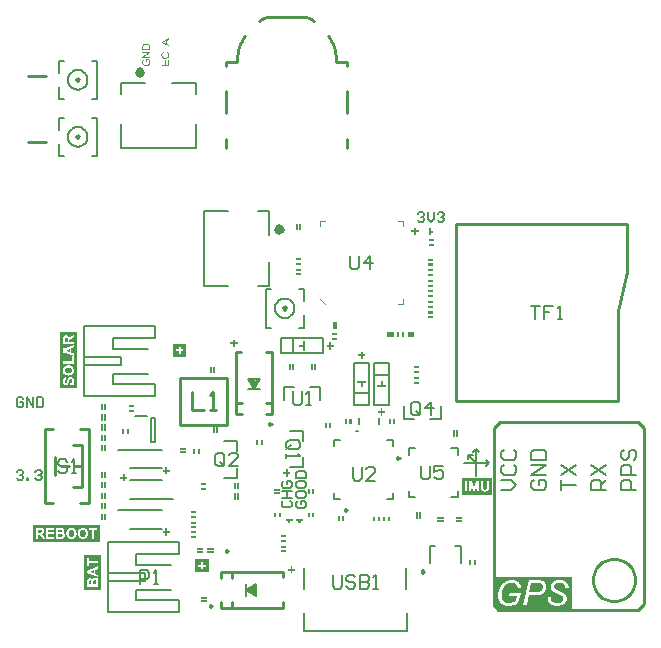
<source format=gto>
G04*
G04 #@! TF.GenerationSoftware,Altium Limited,Altium Designer,20.2.6 (244)*
G04*
G04 Layer_Color=65535*
%FSLAX25Y25*%
%MOIN*%
G70*
G04*
G04 #@! TF.SameCoordinates,568CAEEB-50F0-44EC-8363-EC95FF72310B*
G04*
G04*
G04 #@! TF.FilePolarity,Positive*
G04*
G01*
G75*
%ADD10C,0.00500*%
%ADD11C,0.01968*%
%ADD12C,0.01000*%
%ADD13C,0.00984*%
%ADD14C,0.00600*%
%ADD15C,0.00787*%
%ADD16C,0.00800*%
%ADD17C,0.00100*%
%ADD18C,0.00700*%
%ADD19C,0.00394*%
G36*
X94950Y128800D02*
X94600D01*
Y130600D01*
X94950D01*
Y128800D01*
D02*
G37*
G36*
X94000D02*
X93650D01*
Y130600D01*
X94000D01*
Y128800D01*
D02*
G37*
G36*
X138394Y128429D02*
X139094D01*
Y127929D01*
X138394D01*
Y127129D01*
X137994D01*
Y129229D01*
X138394D01*
Y128429D01*
D02*
G37*
G36*
X139194Y125277D02*
X137894D01*
X137894Y125627D01*
X139194D01*
X139194Y125277D01*
D02*
G37*
G36*
X139194Y123727D02*
X137894D01*
Y124077D01*
X139194D01*
Y123727D01*
D02*
G37*
G36*
X94954Y118856D02*
X93654D01*
Y119206D01*
X94954D01*
Y118856D01*
D02*
G37*
G36*
X139078Y118665D02*
X137778D01*
Y119015D01*
X139078D01*
Y118665D01*
D02*
G37*
G36*
X94954Y117306D02*
X93654D01*
X93654Y117656D01*
X94954D01*
X94954Y117306D01*
D02*
G37*
G36*
X139078Y117115D02*
X137778D01*
X137778Y117465D01*
X139078D01*
X139078Y117115D01*
D02*
G37*
G36*
X94954Y115356D02*
X93654D01*
Y115706D01*
X94954D01*
Y115356D01*
D02*
G37*
G36*
X139078Y115150D02*
X137778D01*
Y115500D01*
X139078D01*
Y115150D01*
D02*
G37*
G36*
X94954Y113806D02*
X93654D01*
X93654Y114156D01*
X94954D01*
X94954Y113806D01*
D02*
G37*
G36*
X139078Y113600D02*
X137778D01*
X137778Y113950D01*
X139078D01*
X139078Y113600D01*
D02*
G37*
G36*
Y111650D02*
X137778D01*
Y112000D01*
X139078D01*
Y111650D01*
D02*
G37*
G36*
Y110100D02*
X137778D01*
X137778Y110450D01*
X139078D01*
X139078Y110100D01*
D02*
G37*
G36*
X139046Y108150D02*
X137746D01*
Y108500D01*
X139046D01*
Y108150D01*
D02*
G37*
G36*
Y106600D02*
X137746D01*
X137746Y106950D01*
X139046D01*
X139046Y106600D01*
D02*
G37*
G36*
Y104650D02*
X137746D01*
Y105000D01*
X139046D01*
Y104650D01*
D02*
G37*
G36*
Y103100D02*
X137746D01*
X137746Y103450D01*
X139046D01*
X139046Y103100D01*
D02*
G37*
G36*
X139078Y101118D02*
X137778D01*
Y101468D01*
X139078D01*
Y101118D01*
D02*
G37*
G36*
Y99568D02*
X137778D01*
X137778Y99918D01*
X139078D01*
X139078Y99568D01*
D02*
G37*
G36*
X107125Y96121D02*
X106775D01*
Y97921D01*
X107125D01*
Y96121D01*
D02*
G37*
G36*
X106175D02*
X105825D01*
Y97921D01*
X106175D01*
Y96121D01*
D02*
G37*
G36*
X132722Y94400D02*
X130922D01*
Y94750D01*
X132722D01*
Y94400D01*
D02*
G37*
G36*
X125800D02*
X124000D01*
Y94750D01*
X125800D01*
Y94400D01*
D02*
G37*
G36*
X107050Y93800D02*
X105750D01*
Y94150D01*
X107050D01*
Y93800D01*
D02*
G37*
G36*
X132722Y93450D02*
X130922D01*
Y93800D01*
X132722D01*
Y93450D01*
D02*
G37*
G36*
X129304D02*
X128954Y93450D01*
Y94750D01*
X129304Y94750D01*
Y93450D01*
D02*
G37*
G36*
X127753D02*
X127403D01*
Y94750D01*
X127753D01*
Y93450D01*
D02*
G37*
G36*
X125800D02*
X124000D01*
Y93800D01*
X125800D01*
Y93450D01*
D02*
G37*
G36*
X107050Y92250D02*
X105750D01*
X105750Y92600D01*
X107050D01*
X107050Y92250D01*
D02*
G37*
G36*
X96600Y88450D02*
X96000D01*
Y89650D01*
X94600D01*
Y90350D01*
X96000D01*
Y91550D01*
X96600D01*
Y88450D01*
D02*
G37*
G36*
X134250Y82800D02*
X132950D01*
Y83150D01*
X134250D01*
Y82800D01*
D02*
G37*
G36*
X99990Y82277D02*
X99640D01*
Y84077D01*
X99990D01*
Y82277D01*
D02*
G37*
G36*
X99040D02*
X98690D01*
Y84077D01*
X99040D01*
Y82277D01*
D02*
G37*
G36*
X92510D02*
X92160D01*
Y84077D01*
X92510D01*
Y82277D01*
D02*
G37*
G36*
X91560D02*
X91210D01*
Y84077D01*
X91560D01*
Y82277D01*
D02*
G37*
G36*
X134250Y81250D02*
X132950D01*
X132950Y81600D01*
X134250D01*
X134250Y81250D01*
D02*
G37*
G36*
X66250Y81159D02*
X65900D01*
Y82959D01*
X66250D01*
Y81159D01*
D02*
G37*
G36*
X65300D02*
X64950D01*
Y82959D01*
X65300D01*
Y81159D01*
D02*
G37*
G36*
X134250Y79300D02*
X132950D01*
Y79650D01*
X134250D01*
Y79300D01*
D02*
G37*
G36*
Y77750D02*
X132950D01*
X132950Y78100D01*
X134250D01*
X134250Y77750D01*
D02*
G37*
G36*
X122545Y76895D02*
X123745D01*
Y76295D01*
X120645D01*
Y76895D01*
X121845D01*
Y78295D01*
X122545D01*
Y76895D01*
D02*
G37*
G36*
X117028Y77695D02*
X115828D01*
Y76295D01*
X115128D01*
Y77695D01*
X113928D01*
Y78295D01*
X117028D01*
Y77695D01*
D02*
G37*
G36*
X39250Y69900D02*
X37950D01*
Y70250D01*
X39250D01*
Y69900D01*
D02*
G37*
G36*
X29850Y68800D02*
X29500D01*
Y70600D01*
X29850D01*
Y68800D01*
D02*
G37*
G36*
X28900D02*
X28550D01*
Y70600D01*
X28900D01*
Y68800D01*
D02*
G37*
G36*
X39250Y68350D02*
X37950D01*
X37950Y68700D01*
X39250D01*
X39250Y68350D01*
D02*
G37*
G36*
X29850Y65400D02*
X29500D01*
Y67200D01*
X29850D01*
Y65400D01*
D02*
G37*
G36*
X28900D02*
X28550D01*
Y67200D01*
X28900D01*
Y65400D01*
D02*
G37*
G36*
X126450Y64239D02*
X126100D01*
Y65539D01*
X126450D01*
Y64239D01*
D02*
G37*
G36*
X124900Y65539D02*
Y64239D01*
X124550Y64239D01*
Y65539D01*
X124900Y65539D01*
D02*
G37*
G36*
X111794Y64179D02*
X111444Y64179D01*
Y65479D01*
X111794Y65479D01*
Y64179D01*
D02*
G37*
G36*
X110244D02*
X109894D01*
Y65479D01*
X110244D01*
Y64179D01*
D02*
G37*
G36*
X105050Y62850D02*
X104700D01*
Y64150D01*
X105050D01*
Y62850D01*
D02*
G37*
G36*
X103500Y64150D02*
Y62850D01*
X103150Y62850D01*
Y64150D01*
X103500Y64150D01*
D02*
G37*
G36*
X29850Y62000D02*
X29500D01*
Y63800D01*
X29850D01*
Y62000D01*
D02*
G37*
G36*
X28900D02*
X28550D01*
Y63800D01*
X28900D01*
Y62000D01*
D02*
G37*
G36*
X67315Y61268D02*
X66965D01*
Y63068D01*
X67315D01*
Y61268D01*
D02*
G37*
G36*
X66365D02*
X66015D01*
Y63068D01*
X66365D01*
Y61268D01*
D02*
G37*
G36*
X37513Y60887D02*
X37163Y60887D01*
Y62187D01*
X37513Y62187D01*
Y60887D01*
D02*
G37*
G36*
X35963D02*
X35613D01*
Y62187D01*
X35963D01*
Y60887D01*
D02*
G37*
G36*
X147300Y60100D02*
X146950D01*
Y61900D01*
X147300D01*
Y60100D01*
D02*
G37*
G36*
X146350D02*
X146000D01*
Y61900D01*
X146350D01*
Y60100D01*
D02*
G37*
G36*
X29850Y58600D02*
X29500D01*
Y60400D01*
X29850D01*
Y58600D01*
D02*
G37*
G36*
X28900D02*
X28550D01*
Y60400D01*
X28900D01*
Y58600D01*
D02*
G37*
G36*
X82250Y57250D02*
X81900Y57250D01*
Y58550D01*
X82250Y58550D01*
Y57250D01*
D02*
G37*
G36*
X80700D02*
X80350D01*
Y58550D01*
X80700D01*
Y57250D01*
D02*
G37*
G36*
X56700Y55500D02*
X54900D01*
Y55850D01*
X56700D01*
Y55500D01*
D02*
G37*
G36*
X29850Y55200D02*
X29500D01*
Y57000D01*
X29850D01*
Y55200D01*
D02*
G37*
G36*
X28900D02*
X28550D01*
Y57000D01*
X28900D01*
Y55200D01*
D02*
G37*
G36*
X56700Y54550D02*
X54900D01*
Y54900D01*
X56700D01*
Y54550D01*
D02*
G37*
G36*
X61250Y54450D02*
X60900D01*
Y55750D01*
X61250D01*
Y54450D01*
D02*
G37*
G36*
X59700Y55750D02*
Y54450D01*
X59350Y54450D01*
Y55750D01*
X59700Y55750D01*
D02*
G37*
G36*
X29850Y46225D02*
X29500D01*
Y48025D01*
X29850D01*
Y46225D01*
D02*
G37*
G36*
X28900D02*
X28550D01*
Y48025D01*
X28900D01*
Y46225D01*
D02*
G37*
G36*
X63350Y43869D02*
X62050D01*
Y44219D01*
X63350D01*
Y43869D01*
D02*
G37*
G36*
X29850Y42825D02*
X29500D01*
Y44625D01*
X29850D01*
Y42825D01*
D02*
G37*
G36*
X28900D02*
X28550D01*
Y44625D01*
X28900D01*
Y42825D01*
D02*
G37*
G36*
X74230Y42599D02*
X73880D01*
Y44399D01*
X74230D01*
Y42599D01*
D02*
G37*
G36*
X73280D02*
X72930D01*
Y44399D01*
X73280D01*
Y42599D01*
D02*
G37*
G36*
X63350Y42319D02*
X62050D01*
X62050Y42669D01*
X63350D01*
X63350Y42319D01*
D02*
G37*
G36*
X88100Y42000D02*
X86300D01*
Y42350D01*
X88100D01*
Y42000D01*
D02*
G37*
G36*
X99450Y41050D02*
X99100Y41050D01*
Y42350D01*
X99450Y42350D01*
Y41050D01*
D02*
G37*
G36*
X97900D02*
X97550D01*
Y42350D01*
X97900D01*
Y41050D01*
D02*
G37*
G36*
X88100D02*
X86300D01*
Y41400D01*
X88100D01*
Y41050D01*
D02*
G37*
G36*
X29850Y39325D02*
X29500D01*
Y41125D01*
X29850D01*
Y39325D01*
D02*
G37*
G36*
X28900D02*
X28550D01*
Y41125D01*
X28900D01*
Y39325D01*
D02*
G37*
G36*
X74230Y39000D02*
X73880D01*
Y40800D01*
X74230D01*
Y39000D01*
D02*
G37*
G36*
X73280D02*
X72930D01*
Y40800D01*
X73280D01*
Y39000D01*
D02*
G37*
G36*
X29850Y35825D02*
X29500D01*
Y37625D01*
X29850D01*
Y35825D01*
D02*
G37*
G36*
X28900D02*
X28550D01*
Y37625D01*
X28900D01*
Y35825D01*
D02*
G37*
G36*
X60091Y34576D02*
X58791D01*
Y34926D01*
X60091D01*
Y34576D01*
D02*
G37*
G36*
X99457Y33161D02*
X99107Y33161D01*
Y34461D01*
X99457Y34461D01*
Y33161D01*
D02*
G37*
G36*
X97907D02*
X97557D01*
Y34461D01*
X97907D01*
Y33161D01*
D02*
G37*
G36*
X88150Y33150D02*
X87800Y33150D01*
Y34450D01*
X88150Y34450D01*
Y33150D01*
D02*
G37*
G36*
X86600D02*
X86250D01*
Y34450D01*
X86600D01*
Y33150D01*
D02*
G37*
G36*
X60091Y33026D02*
X58791D01*
X58791Y33376D01*
X60091D01*
X60091Y33026D01*
D02*
G37*
G36*
X135050Y32700D02*
X134700D01*
Y34500D01*
X135050D01*
Y32700D01*
D02*
G37*
G36*
X134100D02*
X133750D01*
Y34500D01*
X134100D01*
Y32700D01*
D02*
G37*
G36*
X148618Y32651D02*
X146818D01*
Y33001D01*
X148618D01*
Y32651D01*
D02*
G37*
G36*
X142579D02*
X140779D01*
Y33001D01*
X142579D01*
Y32651D01*
D02*
G37*
G36*
X29850Y32325D02*
X29500D01*
Y34125D01*
X29850D01*
Y32325D01*
D02*
G37*
G36*
X28900D02*
X28550D01*
Y34125D01*
X28900D01*
Y32325D01*
D02*
G37*
G36*
X109424Y31986D02*
X109074Y31986D01*
Y33286D01*
X109424Y33286D01*
Y31986D01*
D02*
G37*
G36*
X107874D02*
X107524D01*
Y33286D01*
X107874D01*
Y31986D01*
D02*
G37*
G36*
X124620Y31805D02*
X124270Y31805D01*
Y33105D01*
X124620Y33105D01*
Y31805D01*
D02*
G37*
G36*
X123070D02*
X122720D01*
Y33105D01*
X123070D01*
Y31805D01*
D02*
G37*
G36*
X121256D02*
X120906D01*
Y33105D01*
X121256D01*
Y31805D01*
D02*
G37*
G36*
X119706Y33105D02*
Y31805D01*
X119356Y31805D01*
Y33105D01*
X119706Y33105D01*
D02*
G37*
G36*
X148618Y31701D02*
X146818D01*
Y32051D01*
X148618D01*
Y31701D01*
D02*
G37*
G36*
X142579D02*
X140779D01*
Y32051D01*
X142579D01*
Y31701D01*
D02*
G37*
G36*
X95700Y31850D02*
X94900D01*
Y31150D01*
X94400D01*
Y31850D01*
X93600D01*
Y32250D01*
X95700D01*
Y31850D01*
D02*
G37*
G36*
X92240Y31832D02*
X91440D01*
Y31132D01*
X90940D01*
Y31832D01*
X90140D01*
Y32232D01*
X92240D01*
Y31832D01*
D02*
G37*
G36*
X60091Y31078D02*
X58791D01*
Y31428D01*
X60091D01*
Y31078D01*
D02*
G37*
G36*
Y29528D02*
X58791D01*
X58791Y29878D01*
X60091D01*
X60091Y29528D01*
D02*
G37*
G36*
X60070Y27800D02*
X58770D01*
X58770Y28150D01*
X60070D01*
X60070Y27800D01*
D02*
G37*
G36*
X89950Y26600D02*
X88650D01*
X88650Y26950D01*
X89950D01*
X89950Y26600D01*
D02*
G37*
G36*
X60070Y26250D02*
X58770D01*
Y26600D01*
X60070D01*
Y26250D01*
D02*
G37*
G36*
X89950Y25050D02*
X88650D01*
Y25400D01*
X89950D01*
Y25050D01*
D02*
G37*
G36*
Y23100D02*
X88650D01*
Y23450D01*
X89950D01*
Y23100D01*
D02*
G37*
G36*
X65900Y22213D02*
X64100D01*
Y22563D01*
X65900D01*
Y22213D01*
D02*
G37*
G36*
X62408Y22211D02*
X60608D01*
Y22561D01*
X62408D01*
Y22211D01*
D02*
G37*
G36*
X89950Y21550D02*
X88650D01*
X88650Y21900D01*
X89950D01*
X89950Y21550D01*
D02*
G37*
G36*
X65900Y21263D02*
X64100D01*
Y21613D01*
X65900D01*
Y21263D01*
D02*
G37*
G36*
X62408Y21261D02*
X60608D01*
Y21611D01*
X62408D01*
Y21261D01*
D02*
G37*
G36*
X153328Y17224D02*
X152978D01*
Y18524D01*
X153328D01*
Y17224D01*
D02*
G37*
G36*
X151778Y18524D02*
Y17224D01*
X151427Y17224D01*
Y18524D01*
X151778Y18524D01*
D02*
G37*
G36*
X63600Y6000D02*
X61800D01*
Y6350D01*
X63600D01*
Y6000D01*
D02*
G37*
G36*
Y5050D02*
X61800D01*
Y5400D01*
X63600D01*
Y5050D01*
D02*
G37*
G36*
X90856Y47943D02*
X91779D01*
Y47312D01*
X90856D01*
Y46400D01*
X90242D01*
Y47312D01*
X89320D01*
Y47943D01*
X90242D01*
Y48856D01*
X90856D01*
Y47943D01*
D02*
G37*
G36*
X133637Y128543D02*
X134559D01*
Y127912D01*
X133637D01*
Y127000D01*
X133023D01*
Y127912D01*
X132100D01*
Y128543D01*
X133023D01*
Y129456D01*
X133637D01*
Y128543D01*
D02*
G37*
G36*
X92447Y15743D02*
X93369D01*
Y15112D01*
X92447D01*
Y14200D01*
X91833D01*
Y15112D01*
X90910D01*
Y15743D01*
X91833D01*
Y16656D01*
X92447D01*
Y15743D01*
D02*
G37*
G36*
X73217Y91193D02*
X74140D01*
Y90562D01*
X73217D01*
Y89650D01*
X72603D01*
Y90562D01*
X71680D01*
Y91193D01*
X72603D01*
Y92106D01*
X73217D01*
Y91193D01*
D02*
G37*
G36*
X43745Y190772D02*
X43775D01*
X43808Y190770D01*
X43845Y190768D01*
X43885Y190762D01*
X43925Y190758D01*
X44012Y190745D01*
X44102Y190727D01*
X44190Y190705D01*
X44192D01*
X44200Y190702D01*
X44212Y190698D01*
X44227Y190692D01*
X44247Y190685D01*
X44270Y190677D01*
X44295Y190667D01*
X44320Y190657D01*
X44380Y190632D01*
X44442Y190603D01*
X44505Y190568D01*
X44563Y190530D01*
X44565D01*
X44570Y190525D01*
X44577Y190520D01*
X44587Y190513D01*
X44613Y190490D01*
X44647Y190463D01*
X44685Y190427D01*
X44722Y190387D01*
X44760Y190345D01*
X44795Y190297D01*
Y190295D01*
X44797Y190293D01*
X44802Y190285D01*
X44810Y190275D01*
X44815Y190262D01*
X44825Y190247D01*
X44842Y190213D01*
X44862Y190167D01*
X44885Y190115D01*
X44905Y190055D01*
X44922Y189990D01*
Y189988D01*
X44925Y189982D01*
X44927Y189972D01*
X44930Y189957D01*
X44932Y189943D01*
X44935Y189922D01*
X44940Y189898D01*
X44943Y189873D01*
X44947Y189842D01*
X44952Y189813D01*
X44958Y189743D01*
X44962Y189665D01*
X44965Y189580D01*
Y188655D01*
X42402D01*
Y189612D01*
X42405Y189640D01*
Y189673D01*
X42408Y189705D01*
X42412Y189780D01*
X42417Y189855D01*
X42427Y189927D01*
X42432Y189962D01*
X42440Y189992D01*
Y189995D01*
X42443Y190003D01*
X42445Y190015D01*
X42450Y190030D01*
X42455Y190050D01*
X42463Y190070D01*
X42472Y190095D01*
X42483Y190122D01*
X42507Y190182D01*
X42540Y190245D01*
X42577Y190310D01*
X42625Y190370D01*
X42627Y190373D01*
X42632Y190380D01*
X42643Y190390D01*
X42655Y190402D01*
X42672Y190420D01*
X42693Y190440D01*
X42717Y190460D01*
X42742Y190485D01*
X42772Y190507D01*
X42807Y190533D01*
X42843Y190558D01*
X42880Y190583D01*
X42922Y190608D01*
X42968Y190630D01*
X43062Y190673D01*
X43065D01*
X43075Y190677D01*
X43090Y190682D01*
X43110Y190688D01*
X43135Y190698D01*
X43165Y190705D01*
X43200Y190715D01*
X43238Y190725D01*
X43280Y190733D01*
X43327Y190743D01*
X43377Y190752D01*
X43430Y190760D01*
X43488Y190765D01*
X43545Y190770D01*
X43670Y190775D01*
X43672D01*
X43683D01*
X43697D01*
X43720D01*
X43745Y190772D01*
D02*
G37*
G36*
X44965Y187738D02*
X42955Y186392D01*
X44965D01*
Y186067D01*
X42402D01*
Y186415D01*
X44415Y187762D01*
X42402D01*
Y188087D01*
X44965D01*
Y187738D01*
D02*
G37*
G36*
X44613Y185567D02*
X44618Y185560D01*
X44630Y185545D01*
X44642Y185528D01*
X44660Y185505D01*
X44677Y185477D01*
X44697Y185445D01*
X44720Y185413D01*
X44745Y185375D01*
X44770Y185335D01*
X44818Y185248D01*
X44865Y185152D01*
X44908Y185053D01*
Y185050D01*
X44912Y185040D01*
X44918Y185028D01*
X44922Y185008D01*
X44930Y184983D01*
X44940Y184955D01*
X44947Y184923D01*
X44958Y184885D01*
X44967Y184845D01*
X44975Y184802D01*
X44985Y184757D01*
X44993Y184710D01*
X45002Y184613D01*
X45008Y184508D01*
Y184470D01*
X45005Y184445D01*
X45002Y184410D01*
X45000Y184372D01*
X44995Y184327D01*
X44987Y184280D01*
X44980Y184228D01*
X44967Y184175D01*
X44955Y184117D01*
X44940Y184057D01*
X44922Y183997D01*
X44900Y183938D01*
X44875Y183880D01*
X44847Y183820D01*
X44845Y183818D01*
X44840Y183808D01*
X44830Y183790D01*
X44818Y183770D01*
X44800Y183745D01*
X44780Y183715D01*
X44755Y183683D01*
X44727Y183648D01*
X44697Y183610D01*
X44662Y183572D01*
X44622Y183533D01*
X44583Y183495D01*
X44537Y183458D01*
X44488Y183420D01*
X44435Y183387D01*
X44380Y183355D01*
X44377Y183352D01*
X44365Y183347D01*
X44350Y183340D01*
X44325Y183330D01*
X44297Y183320D01*
X44262Y183305D01*
X44222Y183292D01*
X44180Y183277D01*
X44130Y183263D01*
X44077Y183250D01*
X44020Y183235D01*
X43960Y183225D01*
X43897Y183215D01*
X43832Y183207D01*
X43765Y183203D01*
X43695Y183200D01*
X43690D01*
X43677D01*
X43657D01*
X43633Y183203D01*
X43597Y183205D01*
X43560Y183207D01*
X43515Y183212D01*
X43468Y183220D01*
X43415Y183228D01*
X43360Y183238D01*
X43302Y183250D01*
X43242Y183265D01*
X43183Y183282D01*
X43120Y183305D01*
X43060Y183327D01*
X42997Y183355D01*
X42992Y183358D01*
X42983Y183362D01*
X42968Y183372D01*
X42945Y183385D01*
X42917Y183400D01*
X42887Y183420D01*
X42852Y183442D01*
X42815Y183470D01*
X42777Y183500D01*
X42737Y183535D01*
X42697Y183570D01*
X42658Y183613D01*
X42617Y183655D01*
X42580Y183703D01*
X42547Y183753D01*
X42515Y183805D01*
X42513Y183808D01*
X42507Y183818D01*
X42500Y183835D01*
X42490Y183858D01*
X42477Y183885D01*
X42465Y183917D01*
X42450Y183958D01*
X42435Y184000D01*
X42422Y184047D01*
X42408Y184100D01*
X42395Y184155D01*
X42382Y184215D01*
X42372Y184277D01*
X42365Y184343D01*
X42360Y184413D01*
X42358Y184483D01*
Y184510D01*
X42360Y184530D01*
Y184553D01*
X42362Y184582D01*
X42365Y184615D01*
X42370Y184650D01*
X42375Y184687D01*
X42380Y184728D01*
X42397Y184810D01*
X42420Y184897D01*
X42450Y184983D01*
Y184985D01*
X42455Y184993D01*
X42460Y185005D01*
X42467Y185020D01*
X42475Y185038D01*
X42487Y185060D01*
X42515Y185110D01*
X42550Y185168D01*
X42592Y185225D01*
X42643Y185283D01*
X42700Y185335D01*
X42702Y185337D01*
X42707Y185340D01*
X42717Y185347D01*
X42730Y185357D01*
X42745Y185368D01*
X42765Y185380D01*
X42788Y185392D01*
X42812Y185407D01*
X42840Y185425D01*
X42872Y185440D01*
X42908Y185455D01*
X42945Y185473D01*
X42985Y185487D01*
X43027Y185503D01*
X43072Y185518D01*
X43120Y185530D01*
X43202Y185225D01*
X43200D01*
X43195Y185222D01*
X43183Y185220D01*
X43170Y185215D01*
X43155Y185210D01*
X43135Y185203D01*
X43090Y185185D01*
X43042Y185165D01*
X42990Y185140D01*
X42940Y185113D01*
X42895Y185080D01*
X42893D01*
X42890Y185075D01*
X42877Y185065D01*
X42855Y185045D01*
X42830Y185018D01*
X42802Y184983D01*
X42772Y184940D01*
X42742Y184892D01*
X42715Y184835D01*
Y184833D01*
X42713Y184827D01*
X42707Y184820D01*
X42705Y184808D01*
X42700Y184792D01*
X42693Y184775D01*
X42687Y184755D01*
X42680Y184732D01*
X42670Y184680D01*
X42658Y184620D01*
X42650Y184553D01*
X42647Y184483D01*
Y184442D01*
X42650Y184423D01*
Y184400D01*
X42652Y184375D01*
X42658Y184345D01*
X42665Y184283D01*
X42677Y184215D01*
X42695Y184145D01*
X42720Y184080D01*
Y184078D01*
X42722Y184072D01*
X42727Y184065D01*
X42733Y184053D01*
X42740Y184037D01*
X42747Y184022D01*
X42770Y183983D01*
X42797Y183940D01*
X42827Y183895D01*
X42865Y183850D01*
X42908Y183808D01*
X42913Y183802D01*
X42927Y183790D01*
X42950Y183773D01*
X42983Y183750D01*
X43020Y183722D01*
X43062Y183697D01*
X43110Y183670D01*
X43160Y183648D01*
X43163D01*
X43170Y183642D01*
X43183Y183637D01*
X43202Y183633D01*
X43222Y183625D01*
X43250Y183617D01*
X43280Y183607D01*
X43312Y183600D01*
X43350Y183590D01*
X43390Y183580D01*
X43433Y183572D01*
X43477Y183565D01*
X43572Y183555D01*
X43675Y183550D01*
X43680D01*
X43690D01*
X43707D01*
X43733Y183553D01*
X43762D01*
X43795Y183557D01*
X43832Y183560D01*
X43875Y183565D01*
X43920Y183570D01*
X43965Y183580D01*
X44063Y183600D01*
X44157Y183630D01*
X44205Y183648D01*
X44250Y183668D01*
X44252Y183670D01*
X44260Y183672D01*
X44272Y183680D01*
X44287Y183690D01*
X44308Y183703D01*
X44327Y183718D01*
X44352Y183735D01*
X44380Y183755D01*
X44407Y183777D01*
X44435Y183802D01*
X44462Y183830D01*
X44493Y183862D01*
X44520Y183895D01*
X44545Y183930D01*
X44570Y183970D01*
X44592Y184010D01*
Y184012D01*
X44597Y184020D01*
X44602Y184032D01*
X44610Y184050D01*
X44618Y184070D01*
X44627Y184095D01*
X44638Y184123D01*
X44647Y184155D01*
X44657Y184187D01*
X44668Y184225D01*
X44685Y184308D01*
X44697Y184395D01*
X44700Y184440D01*
X44702Y184487D01*
Y184510D01*
X44700Y184525D01*
Y184545D01*
X44697Y184567D01*
X44695Y184595D01*
X44693Y184625D01*
X44682Y184690D01*
X44668Y184763D01*
X44647Y184840D01*
X44620Y184917D01*
Y184920D01*
X44615Y184927D01*
X44613Y184938D01*
X44605Y184952D01*
X44597Y184970D01*
X44587Y184990D01*
X44565Y185038D01*
X44537Y185088D01*
X44508Y185140D01*
X44472Y185193D01*
X44438Y185238D01*
X43960D01*
Y184485D01*
X43657D01*
Y185570D01*
X44610D01*
X44613Y185567D01*
D02*
G37*
G36*
X51365Y192087D02*
X50590Y191790D01*
Y190715D01*
X51365Y190435D01*
Y190077D01*
X48802Y191058D01*
Y191425D01*
X51365Y192473D01*
Y192087D01*
D02*
G37*
G36*
X52077Y188035D02*
X51850D01*
Y190118D01*
X52077D01*
Y188035D01*
D02*
G37*
G36*
X50570Y187943D02*
X50592Y187935D01*
X50620Y187927D01*
X50655Y187915D01*
X50695Y187900D01*
X50740Y187880D01*
X50788Y187860D01*
X50840Y187835D01*
X50893Y187808D01*
X50945Y187775D01*
X50997Y187740D01*
X51050Y187700D01*
X51100Y187660D01*
X51147Y187612D01*
X51190Y187563D01*
X51192Y187560D01*
X51200Y187550D01*
X51210Y187535D01*
X51225Y187513D01*
X51240Y187485D01*
X51257Y187452D01*
X51277Y187415D01*
X51297Y187375D01*
X51320Y187328D01*
X51337Y187275D01*
X51357Y187220D01*
X51372Y187160D01*
X51388Y187095D01*
X51398Y187030D01*
X51405Y186958D01*
X51407Y186885D01*
Y186845D01*
X51405Y186815D01*
X51402Y186780D01*
X51398Y186740D01*
X51392Y186695D01*
X51388Y186645D01*
X51377Y186592D01*
X51367Y186538D01*
X51352Y186483D01*
X51337Y186425D01*
X51317Y186370D01*
X51295Y186312D01*
X51270Y186260D01*
X51240Y186210D01*
X51237Y186207D01*
X51232Y186200D01*
X51222Y186185D01*
X51207Y186168D01*
X51192Y186145D01*
X51170Y186123D01*
X51145Y186095D01*
X51115Y186065D01*
X51082Y186032D01*
X51047Y186000D01*
X51007Y185968D01*
X50963Y185935D01*
X50915Y185905D01*
X50865Y185872D01*
X50810Y185845D01*
X50752Y185818D01*
X50747Y185815D01*
X50738Y185812D01*
X50720Y185805D01*
X50697Y185798D01*
X50668Y185787D01*
X50633Y185775D01*
X50592Y185763D01*
X50547Y185750D01*
X50497Y185738D01*
X50445Y185725D01*
X50388Y185715D01*
X50327Y185703D01*
X50265Y185695D01*
X50200Y185687D01*
X50133Y185685D01*
X50065Y185682D01*
X50060D01*
X50047D01*
X50025D01*
X49997Y185685D01*
X49962Y185687D01*
X49922Y185690D01*
X49877Y185695D01*
X49827Y185703D01*
X49775Y185710D01*
X49720Y185720D01*
X49660Y185732D01*
X49602Y185748D01*
X49542Y185765D01*
X49483Y185785D01*
X49425Y185808D01*
X49367Y185835D01*
X49365Y185837D01*
X49355Y185843D01*
X49338Y185850D01*
X49317Y185863D01*
X49292Y185880D01*
X49265Y185898D01*
X49233Y185920D01*
X49197Y185948D01*
X49163Y185975D01*
X49125Y186007D01*
X49088Y186045D01*
X49050Y186082D01*
X49013Y186125D01*
X48977Y186170D01*
X48943Y186217D01*
X48913Y186270D01*
X48910Y186273D01*
X48905Y186283D01*
X48897Y186298D01*
X48888Y186320D01*
X48877Y186345D01*
X48862Y186378D01*
X48850Y186413D01*
X48835Y186455D01*
X48820Y186497D01*
X48807Y186545D01*
X48792Y186598D01*
X48783Y186653D01*
X48772Y186710D01*
X48765Y186767D01*
X48760Y186830D01*
X48757Y186892D01*
Y186930D01*
X48760Y186958D01*
X48763Y186990D01*
X48768Y187028D01*
X48775Y187070D01*
X48783Y187118D01*
X48792Y187165D01*
X48805Y187217D01*
X48822Y187273D01*
X48840Y187325D01*
X48862Y187380D01*
X48890Y187435D01*
X48920Y187487D01*
X48955Y187538D01*
X48957Y187540D01*
X48965Y187550D01*
X48975Y187563D01*
X48990Y187580D01*
X49010Y187602D01*
X49035Y187625D01*
X49065Y187653D01*
X49097Y187682D01*
X49135Y187713D01*
X49175Y187742D01*
X49220Y187773D01*
X49270Y187803D01*
X49322Y187832D01*
X49380Y187860D01*
X49440Y187882D01*
X49505Y187905D01*
X49582Y187570D01*
X49580D01*
X49570Y187565D01*
X49555Y187560D01*
X49538Y187552D01*
X49515Y187545D01*
X49488Y187532D01*
X49460Y187520D01*
X49427Y187505D01*
X49362Y187468D01*
X49295Y187423D01*
X49233Y187370D01*
X49202Y187340D01*
X49177Y187310D01*
X49175Y187308D01*
X49172Y187302D01*
X49165Y187293D01*
X49158Y187280D01*
X49147Y187262D01*
X49137Y187242D01*
X49125Y187220D01*
X49112Y187192D01*
X49100Y187165D01*
X49088Y187133D01*
X49077Y187098D01*
X49068Y187060D01*
X49052Y186978D01*
X49050Y186933D01*
X49047Y186885D01*
Y186857D01*
X49050Y186835D01*
X49052Y186810D01*
X49055Y186780D01*
X49060Y186748D01*
X49065Y186713D01*
X49082Y186633D01*
X49093Y186592D01*
X49108Y186550D01*
X49125Y186510D01*
X49143Y186468D01*
X49165Y186427D01*
X49190Y186390D01*
X49193Y186388D01*
X49197Y186382D01*
X49205Y186372D01*
X49215Y186357D01*
X49230Y186343D01*
X49247Y186322D01*
X49268Y186302D01*
X49290Y186283D01*
X49317Y186258D01*
X49345Y186235D01*
X49377Y186213D01*
X49413Y186190D01*
X49447Y186168D01*
X49488Y186147D01*
X49527Y186130D01*
X49572Y186112D01*
X49575D01*
X49582Y186110D01*
X49595Y186105D01*
X49613Y186100D01*
X49635Y186095D01*
X49660Y186088D01*
X49690Y186080D01*
X49722Y186073D01*
X49758Y186065D01*
X49797Y186057D01*
X49880Y186045D01*
X49970Y186035D01*
X50063Y186032D01*
X50065D01*
X50077D01*
X50095D01*
X50117Y186035D01*
X50145D01*
X50180Y186038D01*
X50215Y186040D01*
X50257Y186045D01*
X50300Y186050D01*
X50345Y186055D01*
X50442Y186073D01*
X50540Y186095D01*
X50635Y186127D01*
X50638D01*
X50645Y186133D01*
X50657Y186137D01*
X50675Y186145D01*
X50695Y186155D01*
X50718Y186168D01*
X50770Y186200D01*
X50830Y186242D01*
X50890Y186293D01*
X50947Y186353D01*
X50972Y186388D01*
X50997Y186423D01*
X51000Y186425D01*
X51002Y186433D01*
X51007Y186442D01*
X51015Y186458D01*
X51025Y186475D01*
X51035Y186497D01*
X51045Y186522D01*
X51057Y186553D01*
X51068Y186583D01*
X51080Y186618D01*
X51097Y186690D01*
X51113Y186773D01*
X51115Y186815D01*
X51117Y186857D01*
Y186885D01*
X51115Y186905D01*
X51113Y186930D01*
X51110Y186958D01*
X51105Y186990D01*
X51097Y187025D01*
X51077Y187100D01*
X51065Y187140D01*
X51050Y187182D01*
X51030Y187223D01*
X51007Y187262D01*
X50982Y187302D01*
X50955Y187340D01*
X50952Y187343D01*
X50947Y187347D01*
X50937Y187360D01*
X50925Y187373D01*
X50907Y187388D01*
X50885Y187408D01*
X50860Y187427D01*
X50832Y187448D01*
X50800Y187470D01*
X50762Y187493D01*
X50722Y187515D01*
X50680Y187538D01*
X50633Y187557D01*
X50580Y187575D01*
X50525Y187592D01*
X50467Y187608D01*
X50552Y187947D01*
X50558D01*
X50570Y187943D01*
D02*
G37*
G36*
X51365Y183400D02*
X48802D01*
Y185252D01*
X49105D01*
Y183740D01*
X49887D01*
Y185158D01*
X50190D01*
Y183740D01*
X51063D01*
Y185312D01*
X51365D01*
Y183400D01*
D02*
G37*
G36*
X185483Y2362D02*
X160000D01*
Y12961D01*
X185483D01*
Y2362D01*
D02*
G37*
G36*
X50737Y28243D02*
X51659D01*
Y27612D01*
X50737D01*
Y26700D01*
X50123D01*
Y27612D01*
X49200D01*
Y28243D01*
X50123D01*
Y29156D01*
X50737D01*
Y28243D01*
D02*
G37*
G36*
X36537Y46343D02*
X37459D01*
Y45712D01*
X36537D01*
Y44800D01*
X35923D01*
Y45712D01*
X35000D01*
Y46343D01*
X35923D01*
Y47256D01*
X36537D01*
Y46343D01*
D02*
G37*
G36*
X50737Y48744D02*
X51659D01*
Y48112D01*
X50737D01*
Y47200D01*
X50123D01*
Y48112D01*
X49200D01*
Y48744D01*
X50123D01*
Y49656D01*
X50737D01*
Y48744D01*
D02*
G37*
G36*
X20600Y75804D02*
X14957D01*
Y94790D01*
X20600D01*
Y75804D01*
D02*
G37*
G36*
X28550Y8766D02*
X23034D01*
Y20401D01*
X28550D01*
Y8766D01*
D02*
G37*
G36*
X122437Y68243D02*
X123359D01*
Y67612D01*
X122437D01*
Y66700D01*
X121823D01*
Y67612D01*
X120900D01*
Y68243D01*
X121823D01*
Y69156D01*
X122437D01*
Y68243D01*
D02*
G37*
G36*
X115837Y87143D02*
X116759D01*
Y86512D01*
X115837D01*
Y85600D01*
X115223D01*
Y86512D01*
X114300D01*
Y87143D01*
X115223D01*
Y88056D01*
X115837D01*
Y87143D01*
D02*
G37*
G36*
X105337Y90244D02*
X106259D01*
Y89612D01*
X105337D01*
Y88700D01*
X104723D01*
Y89612D01*
X103800D01*
Y90244D01*
X104723D01*
Y91156D01*
X105337D01*
Y90244D01*
D02*
G37*
G36*
X57113Y86337D02*
X52653D01*
Y90793D01*
X57113D01*
Y86337D01*
D02*
G37*
G36*
X64551Y14549D02*
X60092D01*
Y19005D01*
X64551D01*
Y14549D01*
D02*
G37*
G36*
X28411Y24658D02*
X5858D01*
Y30294D01*
X28411D01*
Y24658D01*
D02*
G37*
G36*
X159077Y40442D02*
X148800D01*
Y46016D01*
X159077D01*
Y40442D01*
D02*
G37*
%LPC*%
G36*
X43665Y190425D02*
X43660D01*
X43647D01*
X43627D01*
X43600Y190422D01*
X43565Y190420D01*
X43527Y190418D01*
X43485Y190415D01*
X43437Y190408D01*
X43390Y190402D01*
X43340Y190392D01*
X43238Y190370D01*
X43187Y190355D01*
X43137Y190338D01*
X43093Y190315D01*
X43050Y190293D01*
X43047Y190290D01*
X43040Y190287D01*
X43030Y190280D01*
X43015Y190270D01*
X42997Y190255D01*
X42977Y190240D01*
X42933Y190202D01*
X42882Y190155D01*
X42835Y190100D01*
X42792Y190038D01*
X42772Y190005D01*
X42757Y189970D01*
Y189968D01*
X42755Y189962D01*
X42752Y189955D01*
X42750Y189945D01*
X42745Y189930D01*
X42740Y189912D01*
X42735Y189890D01*
X42730Y189865D01*
X42727Y189835D01*
X42722Y189805D01*
X42717Y189768D01*
X42713Y189727D01*
X42710Y189685D01*
X42707Y189637D01*
X42705Y189587D01*
Y188995D01*
X44662D01*
Y189583D01*
X44660Y189602D01*
Y189628D01*
X44657Y189655D01*
Y189685D01*
X44652Y189750D01*
X44642Y189815D01*
X44633Y189880D01*
X44625Y189910D01*
X44618Y189937D01*
Y189940D01*
X44615Y189945D01*
X44613Y189953D01*
X44607Y189962D01*
X44597Y189988D01*
X44583Y190020D01*
X44563Y190058D01*
X44540Y190095D01*
X44513Y190132D01*
X44482Y190167D01*
X44480Y190170D01*
X44477Y190173D01*
X44470Y190180D01*
X44460Y190188D01*
X44447Y190198D01*
X44435Y190210D01*
X44397Y190237D01*
X44350Y190268D01*
X44295Y190300D01*
X44232Y190330D01*
X44160Y190357D01*
X44157D01*
X44150Y190360D01*
X44140Y190365D01*
X44122Y190367D01*
X44102Y190373D01*
X44080Y190380D01*
X44052Y190385D01*
X44020Y190392D01*
X43988Y190398D01*
X43950Y190402D01*
X43907Y190410D01*
X43865Y190415D01*
X43817Y190420D01*
X43770Y190422D01*
X43665Y190425D01*
D02*
G37*
G36*
X50315Y191685D02*
X49605Y191415D01*
X49600Y191412D01*
X49590Y191410D01*
X49572Y191402D01*
X49550Y191395D01*
X49522Y191385D01*
X49490Y191373D01*
X49455Y191360D01*
X49417Y191348D01*
X49332Y191317D01*
X49242Y191288D01*
X49155Y191258D01*
X49112Y191245D01*
X49072Y191233D01*
X49075D01*
X49082Y191230D01*
X49097Y191227D01*
X49115Y191223D01*
X49137Y191218D01*
X49163Y191212D01*
X49193Y191205D01*
X49225Y191198D01*
X49262Y191188D01*
X49300Y191177D01*
X49382Y191153D01*
X49470Y191125D01*
X49562Y191095D01*
X50315Y190810D01*
Y191685D01*
D02*
G37*
G36*
X184483Y11961D02*
X177492D01*
D01*
X181430D01*
X181121Y11953D01*
X180837Y11920D01*
X180699Y11896D01*
X180577Y11872D01*
X180456Y11847D01*
X180350Y11823D01*
X180253Y11799D01*
X180163Y11774D01*
X180090Y11750D01*
X180025Y11726D01*
X179968Y11709D01*
X179936Y11693D01*
X179911Y11685D01*
X179903D01*
X179660Y11571D01*
X179457Y11441D01*
X179278Y11311D01*
X179132Y11181D01*
X179018Y11068D01*
X178937Y10978D01*
X178913Y10938D01*
X178888Y10914D01*
X178880Y10897D01*
X178872Y10889D01*
X178807Y10792D01*
X178758Y10694D01*
X178669Y10491D01*
X178612Y10296D01*
X178564Y10118D01*
X178555Y10037D01*
X178539Y9963D01*
X178531Y9899D01*
Y9842D01*
X178523Y9801D01*
Y9769D01*
Y9744D01*
Y9736D01*
X178531Y9533D01*
X178564Y9346D01*
X178604Y9184D01*
X178653Y9038D01*
X178702Y8916D01*
X178726Y8867D01*
X178742Y8827D01*
X178758Y8786D01*
X178775Y8762D01*
X178783Y8754D01*
Y8745D01*
X178896Y8591D01*
X179026Y8437D01*
X179164Y8307D01*
X179303Y8185D01*
X179424Y8088D01*
X179481Y8047D01*
X179530Y8015D01*
X179562Y7990D01*
X179595Y7966D01*
X179611Y7958D01*
X179619Y7950D01*
X179692Y7909D01*
X179782Y7860D01*
X179879Y7804D01*
X179976Y7755D01*
X180204Y7641D01*
X180423Y7536D01*
X180529Y7487D01*
X180626Y7438D01*
X180724Y7398D01*
X180797Y7365D01*
X180870Y7333D01*
X180918Y7308D01*
X180951Y7300D01*
X180959Y7292D01*
X181186Y7195D01*
X181389Y7097D01*
X181576Y7008D01*
X181738Y6927D01*
X181877Y6854D01*
X182006Y6780D01*
X182120Y6716D01*
X182209Y6659D01*
X182291Y6610D01*
X182356Y6561D01*
X182404Y6521D01*
X182445Y6488D01*
X182477Y6464D01*
X182494Y6448D01*
X182510Y6431D01*
X182607Y6310D01*
X182672Y6180D01*
X182721Y6066D01*
X182762Y5952D01*
X182778Y5855D01*
X182786Y5782D01*
X182794Y5733D01*
Y5725D01*
Y5717D01*
X182786Y5611D01*
X182770Y5514D01*
X182745Y5416D01*
X182713Y5319D01*
X182624Y5148D01*
X182534Y5002D01*
X182437Y4880D01*
X182388Y4832D01*
X182348Y4791D01*
X182315Y4750D01*
X182291Y4726D01*
X182274Y4718D01*
X182266Y4710D01*
X182161Y4637D01*
X182047Y4572D01*
X181933Y4507D01*
X181803Y4458D01*
X181552Y4385D01*
X181308Y4336D01*
X181194Y4312D01*
X181081Y4304D01*
X180991Y4296D01*
X180902Y4288D01*
X180837Y4279D01*
X180740D01*
X180488Y4288D01*
X180253Y4312D01*
X180041Y4344D01*
X179952Y4369D01*
X179863Y4385D01*
X179790Y4401D01*
X179725Y4426D01*
X179660Y4442D01*
X179611Y4458D01*
X179570Y4474D01*
X179546Y4482D01*
X179530Y4491D01*
X179522D01*
X179343Y4580D01*
X179189Y4677D01*
X179067Y4783D01*
X178961Y4880D01*
X178880Y4970D01*
X178823Y5043D01*
X178791Y5091D01*
X178783Y5100D01*
Y5108D01*
X178710Y5262D01*
X178653Y5416D01*
X178620Y5571D01*
X178588Y5709D01*
X178572Y5822D01*
X178564Y5920D01*
Y5952D01*
Y5977D01*
Y5993D01*
Y6001D01*
X178580Y6293D01*
X177492Y6188D01*
X177500Y5903D01*
X177532Y5636D01*
X177573Y5392D01*
X177630Y5165D01*
X177703Y4962D01*
X177776Y4783D01*
X177857Y4621D01*
X177938Y4482D01*
X178019Y4353D01*
X178101Y4247D01*
X178182Y4166D01*
X178247Y4093D01*
X178304Y4036D01*
X178344Y4003D01*
X178377Y3979D01*
X178385Y3971D01*
X178564Y3865D01*
X178742Y3768D01*
X178937Y3687D01*
X179124Y3622D01*
X179319Y3557D01*
X179514Y3508D01*
X179700Y3467D01*
X179879Y3435D01*
X180050Y3411D01*
X180204Y3394D01*
X180342Y3378D01*
X180464Y3370D01*
X180561D01*
X180634Y3362D01*
X180699D01*
X181040Y3378D01*
X181349Y3411D01*
X181495Y3435D01*
X181633Y3459D01*
X181763Y3484D01*
X181877Y3516D01*
X181982Y3549D01*
X182080Y3573D01*
X182161Y3597D01*
X182226Y3622D01*
X182282Y3646D01*
X182323Y3654D01*
X182348Y3670D01*
X182356D01*
X182615Y3800D01*
X182843Y3938D01*
X182948Y4012D01*
X183038Y4085D01*
X183127Y4158D01*
X183200Y4223D01*
X183273Y4288D01*
X183330Y4353D01*
X183379Y4409D01*
X183427Y4458D01*
X183460Y4491D01*
X183484Y4523D01*
X183492Y4539D01*
X183501Y4547D01*
X183574Y4653D01*
X183639Y4767D01*
X183695Y4880D01*
X183744Y4986D01*
X183817Y5197D01*
X183866Y5392D01*
X183882Y5473D01*
X183890Y5554D01*
X183898Y5627D01*
X183906Y5684D01*
X183915Y5733D01*
Y5765D01*
Y5790D01*
Y5798D01*
X183906Y5993D01*
X183874Y6180D01*
X183833Y6342D01*
X183793Y6488D01*
X183744Y6602D01*
X183720Y6651D01*
X183703Y6691D01*
X183687Y6724D01*
X183671Y6748D01*
X183663Y6756D01*
Y6764D01*
X183565Y6919D01*
X183452Y7057D01*
X183338Y7186D01*
X183224Y7292D01*
X183119Y7381D01*
X183038Y7438D01*
X183005Y7463D01*
X182981Y7479D01*
X182973Y7495D01*
X182965D01*
X182891Y7544D01*
X182810Y7584D01*
X182721Y7641D01*
X182632Y7690D01*
X182421Y7796D01*
X182218Y7893D01*
X182120Y7942D01*
X182031Y7982D01*
X181950Y8023D01*
X181877Y8055D01*
X181812Y8080D01*
X181771Y8104D01*
X181738Y8112D01*
X181730Y8120D01*
X181535Y8210D01*
X181349Y8291D01*
X181186Y8364D01*
X181040Y8429D01*
X180910Y8486D01*
X180797Y8542D01*
X180699Y8591D01*
X180610Y8632D01*
X180537Y8664D01*
X180480Y8697D01*
X180431Y8721D01*
X180391Y8745D01*
X180358Y8762D01*
X180342Y8770D01*
X180326Y8778D01*
X180179Y8867D01*
X180058Y8948D01*
X179960Y9030D01*
X179879Y9103D01*
X179822Y9160D01*
X179782Y9208D01*
X179757Y9241D01*
X179749Y9249D01*
X179700Y9346D01*
X179660Y9436D01*
X179635Y9533D01*
X179611Y9614D01*
X179603Y9687D01*
X179595Y9752D01*
Y9785D01*
Y9801D01*
X179603Y9899D01*
X179611Y9988D01*
X179652Y10150D01*
X179717Y10288D01*
X179790Y10410D01*
X179855Y10508D01*
X179920Y10572D01*
X179960Y10613D01*
X179976Y10629D01*
X180074Y10702D01*
X180179Y10767D01*
X180293Y10824D01*
X180407Y10873D01*
X180642Y10946D01*
X180870Y10995D01*
X180975Y11011D01*
X181073Y11019D01*
X181162Y11027D01*
X181243Y11035D01*
X181300Y11044D01*
X181389D01*
X181576Y11035D01*
X181755Y11019D01*
X181917Y10995D01*
X182055Y10970D01*
X182169Y10946D01*
X182250Y10922D01*
X182282Y10914D01*
X182307Y10905D01*
X182315Y10897D01*
X182323D01*
X182469Y10841D01*
X182607Y10775D01*
X182721Y10711D01*
X182810Y10646D01*
X182883Y10589D01*
X182940Y10548D01*
X182973Y10516D01*
X182981Y10508D01*
X183070Y10418D01*
X183143Y10321D01*
X183200Y10223D01*
X183249Y10126D01*
X183289Y10045D01*
X183314Y9980D01*
X183330Y9939D01*
X183338Y9931D01*
Y9923D01*
X183362Y9842D01*
X183379Y9752D01*
X183387Y9663D01*
X183395Y9574D01*
X183403Y9493D01*
Y9428D01*
Y9387D01*
Y9379D01*
Y9371D01*
X184475Y9452D01*
X184483Y9533D01*
Y9623D01*
X184467Y9817D01*
X184434Y10012D01*
X184386Y10199D01*
X184329Y10361D01*
X184264Y10508D01*
X184239Y10564D01*
X184215Y10613D01*
X184199Y10654D01*
X184183Y10686D01*
X184166Y10702D01*
Y10711D01*
X184101Y10816D01*
X184028Y10914D01*
X183874Y11092D01*
X183703Y11247D01*
X183541Y11376D01*
X183387Y11482D01*
X183322Y11523D01*
X183265Y11555D01*
X183216Y11587D01*
X183184Y11604D01*
X183159Y11620D01*
X183151D01*
X182875Y11734D01*
X182591Y11815D01*
X182299Y11880D01*
X182161Y11904D01*
X182031Y11920D01*
X181901Y11937D01*
X181787Y11945D01*
X181690Y11953D01*
X181600D01*
X181527Y11961D01*
X184483D01*
D02*
G37*
G36*
X165653D02*
X165563D01*
X165336Y11953D01*
X165117Y11937D01*
X164898Y11904D01*
X164695Y11872D01*
X164500Y11823D01*
X164313Y11774D01*
X164142Y11717D01*
X163980Y11669D01*
X163842Y11612D01*
X163712Y11555D01*
X163598Y11506D01*
X163501Y11458D01*
X163428Y11425D01*
X163371Y11393D01*
X163330Y11376D01*
X163322Y11368D01*
X163136Y11255D01*
X162965Y11125D01*
X162794Y10987D01*
X162640Y10841D01*
X162494Y10686D01*
X162356Y10540D01*
X162226Y10386D01*
X162112Y10240D01*
X162007Y10102D01*
X161918Y9972D01*
X161845Y9850D01*
X161779Y9752D01*
X161723Y9671D01*
X161690Y9606D01*
X161666Y9566D01*
X161658Y9549D01*
X161544Y9314D01*
X161439Y9078D01*
X161349Y8843D01*
X161276Y8608D01*
X161211Y8372D01*
X161162Y8153D01*
X161114Y7933D01*
X161081Y7730D01*
X161057Y7544D01*
X161032Y7365D01*
X161024Y7211D01*
X161008Y7081D01*
Y6975D01*
X161000Y6894D01*
Y7081D01*
Y6829D01*
X161008Y6561D01*
X161032Y6310D01*
X161073Y6074D01*
X161122Y5847D01*
X161179Y5636D01*
X161235Y5441D01*
X161309Y5262D01*
X161382Y5091D01*
X161447Y4945D01*
X161520Y4824D01*
X161576Y4710D01*
X161642Y4621D01*
X161682Y4547D01*
X161723Y4491D01*
X161747Y4458D01*
X161755Y4450D01*
X161934Y4255D01*
X162129Y4093D01*
X162340Y3947D01*
X162559Y3825D01*
X162778Y3719D01*
X163006Y3630D01*
X163233Y3557D01*
X163444Y3500D01*
X163655Y3451D01*
X163842Y3419D01*
X164021Y3394D01*
X164167Y3378D01*
X164297Y3370D01*
X164345D01*
X164386Y3362D01*
X161000D01*
X168771D01*
X164467D01*
X164784Y3370D01*
X165101Y3403D01*
X165393Y3443D01*
X165523Y3467D01*
X165653Y3500D01*
X165766Y3524D01*
X165872Y3549D01*
X165969Y3565D01*
X166051Y3589D01*
X166107Y3606D01*
X166156Y3622D01*
X166189Y3630D01*
X166197D01*
X166522Y3735D01*
X166814Y3849D01*
X166952Y3914D01*
X167082Y3971D01*
X167204Y4028D01*
X167317Y4076D01*
X167415Y4133D01*
X167504Y4182D01*
X167585Y4223D01*
X167650Y4255D01*
X167699Y4288D01*
X167740Y4312D01*
X167764Y4320D01*
X167772Y4328D01*
X168479Y7722D01*
X164833D01*
X164630Y6780D01*
X167171D01*
X166798Y4994D01*
X166562Y4872D01*
X166335Y4759D01*
X166116Y4661D01*
X165904Y4580D01*
X165701Y4515D01*
X165507Y4458D01*
X165328Y4409D01*
X165157Y4369D01*
X165003Y4336D01*
X164865Y4320D01*
X164751Y4304D01*
X164646Y4288D01*
X164565D01*
X164508Y4279D01*
X164459D01*
X164256Y4288D01*
X164069Y4304D01*
X163891Y4336D01*
X163728Y4377D01*
X163574Y4426D01*
X163436Y4482D01*
X163306Y4539D01*
X163192Y4604D01*
X163087Y4661D01*
X162997Y4718D01*
X162924Y4775D01*
X162859Y4824D01*
X162811Y4864D01*
X162778Y4897D01*
X162754Y4913D01*
X162746Y4921D01*
X162640Y5051D01*
X162543Y5189D01*
X162462Y5335D01*
X162389Y5489D01*
X162332Y5644D01*
X162283Y5798D01*
X162242Y5960D01*
X162210Y6106D01*
X162177Y6253D01*
X162161Y6383D01*
X162145Y6504D01*
X162137Y6610D01*
Y6691D01*
X162129Y6756D01*
Y6797D01*
Y6813D01*
X162137Y7048D01*
X162145Y7268D01*
X162169Y7487D01*
X162202Y7698D01*
X162234Y7893D01*
X162275Y8080D01*
X162315Y8250D01*
X162364Y8413D01*
X162405Y8551D01*
X162445Y8681D01*
X162486Y8794D01*
X162518Y8892D01*
X162551Y8965D01*
X162575Y9014D01*
X162583Y9054D01*
X162592Y9062D01*
X162681Y9241D01*
X162778Y9411D01*
X162884Y9574D01*
X162989Y9720D01*
X163087Y9850D01*
X163192Y9972D01*
X163298Y10085D01*
X163395Y10183D01*
X163485Y10264D01*
X163574Y10345D01*
X163647Y10402D01*
X163712Y10459D01*
X163769Y10499D01*
X163810Y10524D01*
X163834Y10540D01*
X163842Y10548D01*
X163988Y10638D01*
X164142Y10711D01*
X164289Y10775D01*
X164435Y10832D01*
X164581Y10881D01*
X164719Y10922D01*
X164857Y10954D01*
X164979Y10978D01*
X165101Y11003D01*
X165206Y11019D01*
X165296Y11027D01*
X165377Y11035D01*
X165442Y11044D01*
X165531D01*
X165685Y11035D01*
X165840Y11027D01*
X165978Y11003D01*
X166116Y10970D01*
X166237Y10938D01*
X166359Y10897D01*
X166465Y10857D01*
X166562Y10816D01*
X166643Y10767D01*
X166725Y10727D01*
X166790Y10686D01*
X166846Y10654D01*
X166887Y10621D01*
X166920Y10597D01*
X166936Y10589D01*
X166944Y10581D01*
X167041Y10491D01*
X167139Y10394D01*
X167220Y10288D01*
X167293Y10183D01*
X167423Y9963D01*
X167520Y9752D01*
X167561Y9655D01*
X167593Y9557D01*
X167618Y9476D01*
X167642Y9403D01*
X167658Y9346D01*
X167666Y9306D01*
X167675Y9273D01*
Y9265D01*
X168771Y9387D01*
X168738Y9541D01*
X168698Y9696D01*
X168665Y9834D01*
X168617Y9972D01*
X168576Y10093D01*
X168527Y10207D01*
X168487Y10313D01*
X168446Y10410D01*
X168397Y10491D01*
X168365Y10572D01*
X168324Y10629D01*
X168300Y10686D01*
X168267Y10727D01*
X168251Y10759D01*
X168243Y10775D01*
X168235Y10784D01*
X168081Y10970D01*
X167910Y11141D01*
X167731Y11287D01*
X167553Y11409D01*
X167399Y11506D01*
X167334Y11547D01*
X167269Y11579D01*
X167220Y11604D01*
X167187Y11620D01*
X167163Y11636D01*
X167155D01*
X166887Y11742D01*
X166611Y11823D01*
X166343Y11880D01*
X166213Y11904D01*
X166091Y11920D01*
X165986Y11937D01*
X165880Y11945D01*
X165791Y11953D01*
X165710D01*
X165653Y11961D01*
D02*
G37*
G36*
X177029Y11823D02*
X171150D01*
X169420Y3500D01*
X177029D01*
X170525D01*
X171231Y6878D01*
X173318D01*
X173618Y6886D01*
X173911Y6910D01*
X174187Y6935D01*
X174317Y6951D01*
X174431Y6975D01*
X174536Y6992D01*
X174634Y7008D01*
X174723Y7024D01*
X174796Y7032D01*
X174853Y7048D01*
X174901Y7057D01*
X174926Y7065D01*
X174934D01*
X175072Y7097D01*
X175202Y7138D01*
X175316Y7178D01*
X175421Y7219D01*
X175510Y7260D01*
X175575Y7292D01*
X175616Y7308D01*
X175632Y7316D01*
X175754Y7389D01*
X175876Y7471D01*
X175981Y7560D01*
X176079Y7649D01*
X176168Y7722D01*
X176225Y7787D01*
X176266Y7828D01*
X176282Y7844D01*
X176395Y7982D01*
X176501Y8128D01*
X176590Y8275D01*
X176672Y8413D01*
X176737Y8534D01*
X176761Y8591D01*
X176777Y8632D01*
X176793Y8672D01*
X176810Y8697D01*
X176818Y8713D01*
Y8721D01*
X176891Y8924D01*
X176940Y9111D01*
X176980Y9290D01*
X177005Y9452D01*
X177021Y9582D01*
Y9639D01*
X177029Y9687D01*
Y9777D01*
X177013Y10004D01*
X176980Y10215D01*
X176931Y10410D01*
X176883Y10572D01*
X176850Y10646D01*
X176826Y10711D01*
X176802Y10767D01*
X176777Y10808D01*
X176753Y10849D01*
X176745Y10873D01*
X176728Y10889D01*
Y10897D01*
X176615Y11076D01*
X176485Y11222D01*
X176363Y11344D01*
X176249Y11441D01*
X176144Y11523D01*
X176055Y11571D01*
X176022Y11587D01*
X176006Y11604D01*
X175989Y11612D01*
X175981D01*
X175892Y11653D01*
X175795Y11685D01*
X175584Y11734D01*
X175356Y11774D01*
X175137Y11799D01*
X175031Y11807D01*
X174934Y11815D01*
X174853D01*
X174771Y11823D01*
X177029D01*
D02*
G37*
G36*
X180634Y3362D02*
X180468D01*
X180634D01*
D01*
D02*
G37*
%LPD*%
G36*
X174495Y10914D02*
X174617D01*
X174731Y10905D01*
X174828Y10889D01*
X174918Y10881D01*
X174999Y10873D01*
X175072Y10857D01*
X175129Y10849D01*
X175186Y10832D01*
X175226Y10824D01*
X175259Y10816D01*
X175283Y10808D01*
X175299Y10800D01*
X175316Y10792D01*
X175421Y10743D01*
X175510Y10678D01*
X175592Y10621D01*
X175657Y10556D01*
X175705Y10499D01*
X175738Y10451D01*
X175762Y10418D01*
X175770Y10410D01*
X175827Y10313D01*
X175868Y10199D01*
X175892Y10085D01*
X175916Y9980D01*
X175925Y9890D01*
X175933Y9809D01*
Y9760D01*
Y9752D01*
Y9744D01*
X175916Y9549D01*
X175884Y9363D01*
X175835Y9200D01*
X175778Y9046D01*
X175722Y8924D01*
X175697Y8867D01*
X175673Y8827D01*
X175657Y8794D01*
X175640Y8770D01*
X175624Y8754D01*
Y8745D01*
X175502Y8583D01*
X175372Y8437D01*
X175234Y8315D01*
X175113Y8218D01*
X174999Y8145D01*
X174901Y8088D01*
X174869Y8072D01*
X174845Y8055D01*
X174828Y8047D01*
X174820D01*
X174723Y8007D01*
X174609Y7974D01*
X174495Y7942D01*
X174365Y7917D01*
X174106Y7877D01*
X173854Y7852D01*
X173732Y7836D01*
X173627D01*
X173521Y7828D01*
X173432Y7820D01*
X171426D01*
X172076Y10922D01*
X174357D01*
X174495Y10914D01*
D02*
G37*
%LPC*%
G36*
X19535Y93790D02*
D01*
X18849Y93357D01*
X18773Y93313D01*
X18708Y93268D01*
X18643Y93227D01*
X18588Y93186D01*
X18537Y93152D01*
X18489Y93117D01*
X18448Y93086D01*
X18410Y93059D01*
X18379Y93035D01*
X18351Y93015D01*
X18331Y92994D01*
X18310Y92980D01*
X18297Y92970D01*
X18286Y92960D01*
X18283Y92956D01*
X18279Y92953D01*
X18221Y92894D01*
X18166Y92833D01*
X18115Y92768D01*
X18070Y92709D01*
X18036Y92654D01*
X18019Y92634D01*
X18009Y92613D01*
X17998Y92596D01*
X17991Y92586D01*
X17985Y92579D01*
Y92575D01*
X17971Y92661D01*
X17950Y92740D01*
X17930Y92812D01*
X17906Y92881D01*
X17878Y92942D01*
X17851Y93001D01*
X17823Y93052D01*
X17796Y93097D01*
X17768Y93138D01*
X17744Y93172D01*
X17720Y93203D01*
X17700Y93227D01*
X17683Y93248D01*
X17669Y93261D01*
X17662Y93268D01*
X17659Y93272D01*
X17607Y93313D01*
X17556Y93347D01*
X17504Y93382D01*
X17449Y93405D01*
X17394Y93429D01*
X17340Y93447D01*
X17237Y93477D01*
X17189Y93484D01*
X17144Y93491D01*
X17106Y93498D01*
X17072Y93502D01*
X17045Y93505D01*
X17024D01*
X17010D01*
X17007D01*
X16949D01*
X16894Y93498D01*
X16787Y93481D01*
X16695Y93457D01*
X16654Y93443D01*
X16612Y93429D01*
X16578Y93412D01*
X16547Y93399D01*
X16520Y93385D01*
X16496Y93375D01*
X16479Y93364D01*
X16465Y93357D01*
X16458Y93354D01*
X16455Y93351D01*
X16410Y93320D01*
X16369Y93289D01*
X16300Y93220D01*
X16239Y93152D01*
X16194Y93086D01*
X16160Y93028D01*
X16146Y93004D01*
X16132Y92980D01*
X16125Y92963D01*
X16118Y92949D01*
X16115Y92942D01*
Y92939D01*
X16098Y92888D01*
X16084Y92833D01*
X16071Y92771D01*
X16060Y92706D01*
X16043Y92569D01*
X16029Y92435D01*
X16026Y92373D01*
X16023Y92315D01*
Y92260D01*
X16019Y92215D01*
Y90631D01*
X19535D01*
Y93790D01*
D02*
G37*
G36*
Y90253D02*
X16019Y88847D01*
Y90253D01*
X19535D01*
X16019D01*
Y86724D01*
D01*
Y88089D01*
X19535Y86724D01*
Y87475D01*
X18736Y87767D01*
Y89173D01*
X19535Y89478D01*
Y90253D01*
D02*
G37*
G36*
Y86576D02*
X16047D01*
Y84100D01*
X19535D01*
Y86576D01*
D02*
G37*
G36*
X19593Y83527D02*
X15957D01*
Y80114D01*
D01*
Y81815D01*
X15964Y81658D01*
X15971Y81586D01*
X15978Y81514D01*
X15988Y81449D01*
X16002Y81383D01*
X16016Y81325D01*
X16026Y81274D01*
X16040Y81226D01*
X16053Y81181D01*
X16064Y81143D01*
X16077Y81112D01*
X16084Y81088D01*
X16091Y81068D01*
X16098Y81058D01*
Y81054D01*
X16142Y80965D01*
X16191Y80879D01*
X16245Y80800D01*
X16297Y80735D01*
X16341Y80677D01*
X16362Y80653D01*
X16383Y80636D01*
X16396Y80619D01*
X16407Y80608D01*
X16413Y80601D01*
X16417Y80598D01*
X16499Y80526D01*
X16582Y80461D01*
X16664Y80406D01*
X16736Y80358D01*
X16770Y80337D01*
X16801Y80320D01*
X16829Y80306D01*
X16853Y80293D01*
X16870Y80286D01*
X16883Y80279D01*
X16894Y80272D01*
X16897D01*
X16966Y80245D01*
X17041Y80221D01*
X17192Y80179D01*
X17343Y80152D01*
X17415Y80142D01*
X17484Y80135D01*
X17549Y80128D01*
X17611Y80121D01*
X17662Y80118D01*
X17710D01*
X17748Y80114D01*
X17799D01*
X17954Y80121D01*
X18098Y80135D01*
X18231Y80155D01*
X18358Y80186D01*
X18478Y80221D01*
X18585Y80262D01*
X18684Y80303D01*
X18773Y80348D01*
X18852Y80389D01*
X18921Y80430D01*
X18979Y80471D01*
X19027Y80505D01*
X19068Y80536D01*
X19096Y80557D01*
X19109Y80574D01*
X19116Y80577D01*
X19199Y80667D01*
X19274Y80762D01*
X19336Y80865D01*
X19391Y80968D01*
X19439Y81071D01*
X19477Y81174D01*
X19507Y81277D01*
X19535Y81373D01*
X19552Y81466D01*
X19569Y81551D01*
X19579Y81627D01*
X19586Y81692D01*
X19590Y81747D01*
Y81771D01*
X19593Y81788D01*
Y81822D01*
X19586Y81963D01*
X19573Y82097D01*
X19548Y82224D01*
X19518Y82344D01*
X19480Y82454D01*
X19442Y82556D01*
X19398Y82649D01*
X19353Y82731D01*
X19308Y82807D01*
X19264Y82872D01*
X19223Y82930D01*
X19188Y82975D01*
X19158Y83013D01*
X19133Y83040D01*
X19120Y83054D01*
X19113Y83061D01*
X19020Y83143D01*
X18917Y83215D01*
X18811Y83277D01*
X18701Y83332D01*
X18592Y83376D01*
X18482Y83414D01*
X18372Y83445D01*
X18266Y83469D01*
X18170Y83489D01*
X18077Y83503D01*
X17995Y83513D01*
X17923Y83520D01*
X17892Y83524D01*
X17864D01*
X17840Y83527D01*
X19593D01*
D02*
G37*
G36*
X17748Y80114D02*
D01*
X15957D01*
X17748D01*
D02*
G37*
G36*
X19600Y79662D02*
X15957D01*
X18513D01*
X18393Y79655D01*
X18286Y79641D01*
X18235Y79631D01*
X18190Y79617D01*
X18146Y79603D01*
X18108Y79593D01*
X18074Y79579D01*
X18043Y79565D01*
X18015Y79555D01*
X17995Y79541D01*
X17978Y79535D01*
X17964Y79528D01*
X17957Y79521D01*
X17954D01*
X17871Y79462D01*
X17799Y79401D01*
X17738Y79336D01*
X17686Y79274D01*
X17648Y79216D01*
X17631Y79192D01*
X17617Y79171D01*
X17607Y79154D01*
X17600Y79140D01*
X17593Y79133D01*
Y79130D01*
X17569Y79082D01*
X17545Y79027D01*
X17521Y78969D01*
X17497Y78907D01*
X17456Y78780D01*
X17418Y78657D01*
X17401Y78595D01*
X17384Y78543D01*
X17370Y78492D01*
X17360Y78451D01*
X17353Y78413D01*
X17346Y78389D01*
X17340Y78372D01*
Y78365D01*
X17316Y78272D01*
X17295Y78190D01*
X17271Y78111D01*
X17250Y78046D01*
X17230Y77984D01*
X17209Y77933D01*
X17192Y77885D01*
X17175Y77844D01*
X17158Y77813D01*
X17144Y77782D01*
X17134Y77761D01*
X17123Y77741D01*
X17113Y77730D01*
X17106Y77720D01*
X17103Y77717D01*
Y77713D01*
X17069Y77679D01*
X17034Y77655D01*
X16997Y77634D01*
X16966Y77624D01*
X16935Y77617D01*
X16911Y77614D01*
X16897Y77610D01*
X16890D01*
X16842Y77614D01*
X16798Y77627D01*
X16760Y77645D01*
X16729Y77665D01*
X16705Y77686D01*
X16688Y77703D01*
X16678Y77717D01*
X16674Y77720D01*
X16630Y77792D01*
X16599Y77871D01*
X16575Y77950D01*
X16561Y78029D01*
X16551Y78101D01*
X16547Y78128D01*
Y78156D01*
X16544Y78176D01*
Y78262D01*
X16547Y78313D01*
X16554Y78358D01*
X16561Y78403D01*
X16571Y78444D01*
X16582Y78478D01*
X16592Y78512D01*
X16602Y78543D01*
X16616Y78567D01*
X16626Y78591D01*
X16636Y78609D01*
X16643Y78626D01*
X16654Y78636D01*
X16657Y78646D01*
X16664Y78653D01*
X16688Y78680D01*
X16715Y78705D01*
X16774Y78749D01*
X16839Y78783D01*
X16904Y78811D01*
X16959Y78828D01*
X16986Y78835D01*
X17007Y78842D01*
X17028Y78845D01*
X17041Y78849D01*
X17048Y78852D01*
X17052D01*
X17021Y79562D01*
X16931Y79555D01*
X16849Y79541D01*
X16770Y79524D01*
X16695Y79500D01*
X16626Y79473D01*
X16564Y79442D01*
X16506Y79411D01*
X16455Y79380D01*
X16407Y79346D01*
X16365Y79315D01*
X16331Y79288D01*
X16300Y79260D01*
X16280Y79240D01*
X16263Y79223D01*
X16252Y79212D01*
X16249Y79209D01*
X16197Y79144D01*
X16153Y79071D01*
X16115Y78993D01*
X16081Y78914D01*
X16053Y78831D01*
X16029Y78749D01*
X16009Y78667D01*
X15995Y78588D01*
X15981Y78512D01*
X15971Y78440D01*
X15968Y78379D01*
X15961Y78324D01*
Y78276D01*
X15957Y78245D01*
Y78214D01*
X15964Y78066D01*
X15968Y77998D01*
X15978Y77933D01*
X15985Y77871D01*
X15995Y77816D01*
X16009Y77761D01*
X16019Y77713D01*
X16029Y77669D01*
X16043Y77631D01*
X16053Y77597D01*
X16060Y77569D01*
X16071Y77549D01*
X16074Y77531D01*
X16081Y77521D01*
Y77518D01*
X16132Y77418D01*
X16187Y77329D01*
X16249Y77254D01*
X16304Y77192D01*
X16359Y77144D01*
X16379Y77127D01*
X16400Y77110D01*
X16413Y77099D01*
X16427Y77089D01*
X16434Y77086D01*
X16438Y77082D01*
X16482Y77055D01*
X16527Y77034D01*
X16616Y76996D01*
X16698Y76969D01*
X16777Y76952D01*
X16811Y76945D01*
X16842Y76938D01*
X16873Y76935D01*
X16897D01*
X16914Y76931D01*
X16928D01*
X16938D01*
X16942D01*
X17017Y76935D01*
X17093Y76945D01*
X17161Y76962D01*
X17230Y76983D01*
X17292Y77007D01*
X17350Y77034D01*
X17401Y77061D01*
X17453Y77092D01*
X17497Y77123D01*
X17535Y77151D01*
X17569Y77178D01*
X17597Y77202D01*
X17617Y77223D01*
X17635Y77240D01*
X17645Y77250D01*
X17648Y77254D01*
X17686Y77302D01*
X17724Y77353D01*
X17758Y77411D01*
X17792Y77477D01*
X17851Y77607D01*
X17902Y77741D01*
X17923Y77802D01*
X17943Y77861D01*
X17961Y77912D01*
X17974Y77960D01*
X17985Y77998D01*
X17991Y78029D01*
X17995Y78046D01*
X17998Y78053D01*
X18019Y78132D01*
X18036Y78204D01*
X18053Y78269D01*
X18070Y78327D01*
X18084Y78382D01*
X18098Y78427D01*
X18108Y78468D01*
X18118Y78502D01*
X18125Y78533D01*
X18132Y78561D01*
X18139Y78581D01*
X18146Y78595D01*
X18149Y78609D01*
Y78615D01*
X18153Y78622D01*
X18177Y78684D01*
X18204Y78739D01*
X18231Y78783D01*
X18255Y78818D01*
X18276Y78845D01*
X18293Y78862D01*
X18304Y78873D01*
X18307Y78876D01*
X18341Y78900D01*
X18375Y78921D01*
X18410Y78934D01*
X18444Y78941D01*
X18472Y78948D01*
X18496Y78952D01*
X18509D01*
X18516D01*
X18550Y78948D01*
X18588Y78945D01*
X18650Y78924D01*
X18708Y78897D01*
X18760Y78866D01*
X18801Y78831D01*
X18832Y78804D01*
X18849Y78783D01*
X18852Y78780D01*
X18856Y78777D01*
X18880Y78742D01*
X18904Y78705D01*
X18938Y78622D01*
X18965Y78536D01*
X18983Y78451D01*
X18986Y78413D01*
X18993Y78375D01*
X18996Y78344D01*
Y78313D01*
X19000Y78293D01*
Y78259D01*
X18996Y78200D01*
X18993Y78145D01*
X18976Y78043D01*
X18962Y77998D01*
X18948Y77953D01*
X18935Y77916D01*
X18917Y77881D01*
X18904Y77851D01*
X18890Y77823D01*
X18876Y77799D01*
X18862Y77778D01*
X18852Y77765D01*
X18845Y77754D01*
X18838Y77748D01*
Y77744D01*
X18808Y77710D01*
X18770Y77679D01*
X18691Y77624D01*
X18605Y77583D01*
X18523Y77549D01*
X18482Y77535D01*
X18448Y77525D01*
X18413Y77514D01*
X18386Y77507D01*
X18362Y77501D01*
X18341Y77497D01*
X18331Y77494D01*
X18327D01*
X18396Y76804D01*
D01*
X18502Y76822D01*
X18605Y76842D01*
X18698Y76869D01*
X18784Y76900D01*
X18866Y76935D01*
X18938Y76969D01*
X19007Y77007D01*
X19065Y77044D01*
X19120Y77079D01*
X19164Y77113D01*
X19206Y77144D01*
X19236Y77171D01*
X19264Y77195D01*
X19281Y77216D01*
X19291Y77226D01*
X19295Y77230D01*
X19350Y77302D01*
X19394Y77377D01*
X19435Y77456D01*
X19470Y77538D01*
X19500Y77624D01*
X19524Y77710D01*
X19545Y77792D01*
X19562Y77874D01*
X19576Y77950D01*
X19583Y78022D01*
X19590Y78087D01*
X19597Y78142D01*
Y78187D01*
X19600Y78221D01*
Y76804D01*
Y78338D01*
X19593Y78416D01*
X19590Y78492D01*
X19579Y78564D01*
X19569Y78632D01*
X19559Y78694D01*
X19548Y78752D01*
X19535Y78807D01*
X19524Y78855D01*
X19514Y78897D01*
X19504Y78931D01*
X19494Y78962D01*
X19483Y78986D01*
X19480Y79003D01*
X19473Y79013D01*
Y79017D01*
X19418Y79126D01*
X19391Y79174D01*
X19360Y79223D01*
X19326Y79264D01*
X19295Y79305D01*
X19260Y79339D01*
X19230Y79370D01*
X19199Y79401D01*
X19171Y79425D01*
X19147Y79445D01*
X19127Y79462D01*
X19106Y79476D01*
X19092Y79487D01*
X19085Y79490D01*
X19082Y79493D01*
X19031Y79524D01*
X18979Y79548D01*
X18931Y79572D01*
X18880Y79589D01*
X18784Y79620D01*
X18698Y79641D01*
X18657Y79648D01*
X18622Y79651D01*
X18592Y79658D01*
X18564D01*
X18543Y79662D01*
X19600D01*
D02*
G37*
%LPD*%
G36*
X19535Y91341D02*
X18067D01*
Y91567D01*
X18074Y91642D01*
X18080Y91704D01*
X18087Y91756D01*
X18094Y91793D01*
X18101Y91821D01*
X18104Y91835D01*
X18108Y91841D01*
X18125Y91883D01*
X18149Y91924D01*
X18173Y91958D01*
X18197Y91989D01*
X18221Y92016D01*
X18238Y92037D01*
X18252Y92051D01*
X18255Y92054D01*
X18279Y92075D01*
X18307Y92099D01*
X18341Y92126D01*
X18379Y92154D01*
X18465Y92215D01*
X18554Y92277D01*
X18636Y92335D01*
X18670Y92363D01*
X18705Y92383D01*
X18732Y92400D01*
X18753Y92418D01*
X18767Y92424D01*
X18770Y92428D01*
X19535Y92939D01*
Y91341D01*
D02*
G37*
G36*
X17106Y92771D02*
X17158Y92764D01*
X17206Y92750D01*
X17244Y92740D01*
X17274Y92726D01*
X17295Y92713D01*
X17312Y92706D01*
X17316Y92702D01*
X17350Y92672D01*
X17381Y92641D01*
X17408Y92606D01*
X17429Y92575D01*
X17443Y92545D01*
X17453Y92521D01*
X17460Y92507D01*
X17463Y92500D01*
X17470Y92472D01*
X17477Y92435D01*
X17484Y92394D01*
X17487Y92349D01*
X17491Y92298D01*
X17494Y92243D01*
X17497Y92136D01*
X17501Y92081D01*
Y92033D01*
X17504Y91985D01*
Y91341D01*
X16612D01*
Y92102D01*
X16616Y92157D01*
Y92246D01*
X16619Y92284D01*
Y92339D01*
X16623Y92359D01*
Y92390D01*
X16626Y92400D01*
Y92411D01*
X16640Y92472D01*
X16660Y92524D01*
X16681Y92572D01*
X16705Y92610D01*
X16726Y92641D01*
X16746Y92661D01*
X16760Y92675D01*
X16763Y92678D01*
X16808Y92709D01*
X16856Y92733D01*
X16904Y92750D01*
X16949Y92764D01*
X16990Y92771D01*
X17021Y92774D01*
X17034D01*
X17045D01*
X17048D01*
X17052D01*
X17106Y92771D01*
D02*
G37*
G36*
X18142Y87983D02*
X16839Y88459D01*
X18142Y88946D01*
Y87983D01*
D02*
G37*
G36*
X18941Y84810D02*
X16047D01*
Y86576D01*
X18941D01*
Y84810D01*
D02*
G37*
G36*
X17624Y83520D02*
X17477Y83507D01*
X17340Y83482D01*
X17209Y83455D01*
X17093Y83417D01*
X16980Y83380D01*
X16880Y83335D01*
X16791Y83294D01*
X16709Y83249D01*
X16640Y83205D01*
X16578Y83167D01*
X16530Y83129D01*
X16492Y83102D01*
X16465Y83078D01*
X16448Y83064D01*
X16441Y83057D01*
X16355Y82968D01*
X16280Y82868D01*
X16218Y82769D01*
X16160Y82666D01*
X16115Y82563D01*
X16074Y82460D01*
X16043Y82358D01*
X16019Y82261D01*
X15999Y82169D01*
X15981Y82086D01*
X15971Y82011D01*
X15964Y81942D01*
X15961Y81891D01*
Y81867D01*
X15957Y81850D01*
Y83527D01*
X17782D01*
X17624Y83520D01*
D02*
G37*
G36*
X17875Y82793D02*
X17981Y82786D01*
X18077Y82772D01*
X18166Y82755D01*
X18249Y82731D01*
X18324Y82711D01*
X18389Y82683D01*
X18451Y82659D01*
X18506Y82635D01*
X18550Y82608D01*
X18592Y82587D01*
X18622Y82567D01*
X18650Y82546D01*
X18667Y82532D01*
X18677Y82525D01*
X18681Y82522D01*
X18736Y82471D01*
X18780Y82412D01*
X18821Y82354D01*
X18856Y82296D01*
X18887Y82237D01*
X18911Y82179D01*
X18931Y82124D01*
X18948Y82069D01*
X18962Y82018D01*
X18969Y81970D01*
X18976Y81929D01*
X18983Y81894D01*
Y81863D01*
X18986Y81843D01*
Y81822D01*
X18983Y81744D01*
X18972Y81672D01*
X18959Y81599D01*
X18938Y81534D01*
X18914Y81472D01*
X18890Y81414D01*
X18862Y81359D01*
X18832Y81311D01*
X18804Y81267D01*
X18777Y81229D01*
X18753Y81198D01*
X18729Y81171D01*
X18708Y81147D01*
X18695Y81133D01*
X18684Y81123D01*
X18681Y81119D01*
X18619Y81071D01*
X18554Y81030D01*
X18482Y80992D01*
X18410Y80962D01*
X18334Y80934D01*
X18259Y80913D01*
X18183Y80893D01*
X18111Y80879D01*
X18043Y80869D01*
X17981Y80859D01*
X17923Y80852D01*
X17875Y80848D01*
X17833D01*
X17803Y80845D01*
X17782D01*
X17775D01*
X17665Y80848D01*
X17563Y80855D01*
X17467Y80869D01*
X17377Y80886D01*
X17295Y80907D01*
X17220Y80931D01*
X17154Y80955D01*
X17093Y80979D01*
X17041Y81003D01*
X16993Y81027D01*
X16955Y81051D01*
X16921Y81071D01*
X16897Y81088D01*
X16880Y81102D01*
X16870Y81109D01*
X16866Y81112D01*
X16811Y81164D01*
X16767Y81222D01*
X16726Y81277D01*
X16691Y81339D01*
X16664Y81397D01*
X16636Y81455D01*
X16619Y81514D01*
X16602Y81569D01*
X16589Y81620D01*
X16582Y81668D01*
X16575Y81713D01*
X16568Y81750D01*
Y81781D01*
X16564Y81802D01*
Y81822D01*
X16568Y81901D01*
X16578Y81980D01*
X16592Y82052D01*
X16612Y82117D01*
X16633Y82183D01*
X16657Y82237D01*
X16684Y82292D01*
X16712Y82340D01*
X16743Y82385D01*
X16767Y82423D01*
X16794Y82454D01*
X16815Y82481D01*
X16835Y82502D01*
X16849Y82515D01*
X16859Y82525D01*
X16863Y82529D01*
X16921Y82577D01*
X16986Y82618D01*
X17058Y82652D01*
X17130Y82683D01*
X17206Y82711D01*
X17278Y82731D01*
X17353Y82749D01*
X17425Y82762D01*
X17494Y82772D01*
X17559Y82783D01*
X17614Y82790D01*
X17665Y82793D01*
X17707Y82797D01*
X17738D01*
X17758D01*
X17762D01*
X17765D01*
X17875Y82793D01*
D02*
G37*
%LPC*%
G36*
X27550Y19401D02*
Y18362D01*
X24628D01*
Y19401D01*
X27550D01*
X24034D01*
Y16609D01*
X24628D01*
Y17652D01*
X27550D01*
Y16609D01*
D01*
Y19401D01*
D02*
G37*
G36*
Y16482D02*
X24034Y15076D01*
Y14318D01*
X27550Y12953D01*
Y13704D01*
X26751Y13995D01*
Y15402D01*
X27550Y15707D01*
Y16482D01*
D02*
G37*
G36*
Y12709D02*
D01*
Y11080D01*
X27547Y11193D01*
Y11382D01*
X27543Y11461D01*
Y11529D01*
X27540Y11591D01*
Y11642D01*
X27536Y11687D01*
Y11725D01*
X27533Y11756D01*
Y11780D01*
X27529Y11797D01*
Y11817D01*
X27512Y11920D01*
X27488Y12009D01*
X27461Y12092D01*
X27433Y12160D01*
X27420Y12188D01*
X27406Y12215D01*
X27392Y12239D01*
X27382Y12256D01*
X27375Y12270D01*
X27368Y12280D01*
X27361Y12287D01*
Y12291D01*
X27307Y12359D01*
X27248Y12421D01*
X27190Y12472D01*
X27132Y12517D01*
X27080Y12551D01*
X27056Y12565D01*
X27039Y12575D01*
X27022Y12586D01*
X27011Y12593D01*
X27005Y12596D01*
X27001D01*
X26915Y12634D01*
X26830Y12661D01*
X26751Y12682D01*
X26682Y12695D01*
X26621Y12702D01*
X26597Y12706D01*
X26576Y12709D01*
X27550D01*
X24034D01*
X26535D01*
X26480Y12706D01*
X26425Y12702D01*
X26322Y12682D01*
X26233Y12654D01*
X26192Y12637D01*
X26157Y12623D01*
X26123Y12606D01*
X26092Y12589D01*
X26068Y12575D01*
X26048Y12562D01*
X26030Y12551D01*
X26017Y12541D01*
X26010Y12538D01*
X26006Y12534D01*
X25965Y12500D01*
X25928Y12466D01*
X25859Y12387D01*
X25804Y12304D01*
X25760Y12225D01*
X25725Y12154D01*
X25712Y12123D01*
X25701Y12095D01*
X25694Y12075D01*
X25688Y12058D01*
X25684Y12047D01*
Y12044D01*
X25640Y12123D01*
X25591Y12195D01*
X25540Y12256D01*
X25492Y12308D01*
X25447Y12349D01*
X25410Y12380D01*
X25396Y12390D01*
X25386Y12397D01*
X25379Y12404D01*
X25375D01*
X25297Y12449D01*
X25218Y12483D01*
X25142Y12507D01*
X25070Y12520D01*
X25012Y12531D01*
X24984Y12534D01*
X24964D01*
X24947Y12538D01*
X24933D01*
X24926D01*
X24923D01*
X24840Y12534D01*
X24761Y12520D01*
X24693Y12503D01*
X24631Y12483D01*
X24580Y12462D01*
X24559Y12452D01*
X24542Y12445D01*
X24528Y12438D01*
X24518Y12431D01*
X24514Y12428D01*
X24511D01*
X24446Y12387D01*
X24387Y12342D01*
X24336Y12294D01*
X24295Y12253D01*
X24261Y12215D01*
X24237Y12184D01*
X24219Y12164D01*
X24216Y12160D01*
Y12157D01*
X24178Y12095D01*
X24148Y12030D01*
X24123Y11972D01*
X24103Y11913D01*
X24089Y11862D01*
X24079Y11824D01*
X24075Y11811D01*
X24072Y11800D01*
Y11790D01*
X24065Y11749D01*
X24058Y11704D01*
X24051Y11608D01*
X24045Y11505D01*
X24038Y11402D01*
Y11313D01*
X24034Y11272D01*
Y9766D01*
X27550D01*
Y12709D01*
D02*
G37*
%LPD*%
G36*
X26157Y14211D02*
X24854Y14688D01*
X26157Y15175D01*
Y14211D01*
D02*
G37*
G36*
X26566Y11975D02*
X26624Y11961D01*
X26675Y11948D01*
X26720Y11927D01*
X26754Y11910D01*
X26778Y11893D01*
X26792Y11879D01*
X26799Y11876D01*
X26837Y11834D01*
X26867Y11793D01*
X26891Y11752D01*
X26909Y11711D01*
X26922Y11673D01*
X26929Y11646D01*
X26936Y11625D01*
Y11618D01*
X26939Y11594D01*
X26943Y11567D01*
X26946Y11536D01*
Y11498D01*
X26953Y11419D01*
Y11337D01*
X26957Y11258D01*
Y10476D01*
X26020D01*
Y11135D01*
X26024Y11214D01*
Y11286D01*
X26027Y11351D01*
X26030Y11409D01*
X26037Y11461D01*
X26041Y11505D01*
X26044Y11543D01*
X26051Y11577D01*
X26054Y11605D01*
X26058Y11629D01*
X26065Y11646D01*
X26068Y11660D01*
Y11670D01*
X26072Y11677D01*
X26092Y11728D01*
X26120Y11773D01*
X26144Y11811D01*
X26171Y11845D01*
X26195Y11869D01*
X26216Y11886D01*
X26230Y11896D01*
X26233Y11900D01*
X26278Y11927D01*
X26322Y11944D01*
X26367Y11958D01*
X26408Y11968D01*
X26445Y11975D01*
X26473Y11979D01*
X26494D01*
X26497D01*
X26500D01*
X26566Y11975D01*
D02*
G37*
G36*
X25084Y11845D02*
X25139Y11831D01*
X25187Y11814D01*
X25225Y11797D01*
X25259Y11776D01*
X25279Y11759D01*
X25297Y11745D01*
X25300Y11742D01*
X25334Y11701D01*
X25362Y11653D01*
X25386Y11608D01*
X25399Y11560D01*
X25410Y11519D01*
X25420Y11488D01*
Y11474D01*
X25423Y11464D01*
Y11433D01*
X25427Y11406D01*
Y11372D01*
X25430Y11334D01*
Y11248D01*
X25434Y11159D01*
Y10476D01*
X24621D01*
Y11124D01*
X24624Y11190D01*
Y11296D01*
X24628Y11337D01*
Y11406D01*
X24631Y11430D01*
Y11464D01*
X24634Y11474D01*
Y11488D01*
X24645Y11550D01*
X24662Y11605D01*
X24682Y11653D01*
X24703Y11690D01*
X24724Y11718D01*
X24741Y11738D01*
X24755Y11752D01*
X24758Y11756D01*
X24799Y11787D01*
X24844Y11811D01*
X24888Y11824D01*
X24929Y11838D01*
X24967Y11845D01*
X24995Y11848D01*
X25015D01*
X25019D01*
X25022D01*
X25084Y11845D01*
D02*
G37*
%LPC*%
G36*
X55190Y89793D02*
X54576D01*
Y88880D01*
X53654D01*
Y88249D01*
X54576D01*
Y87337D01*
X55190D01*
Y88249D01*
X56113D01*
Y88880D01*
X55190D01*
Y89793D01*
D02*
G37*
G36*
X62629Y18005D02*
X62015D01*
Y17092D01*
X61092D01*
Y16461D01*
X62015D01*
Y15549D01*
X62629D01*
Y16461D01*
X63551D01*
Y17092D01*
X62629D01*
Y18005D01*
D02*
G37*
G36*
X27411Y29232D02*
X24619D01*
Y28639D01*
X25661D01*
Y25716D01*
X26371D01*
Y28639D01*
X27411D01*
Y29232D01*
D02*
G37*
G36*
X15186D02*
X13680D01*
Y25716D01*
X14994D01*
X15107Y25720D01*
X15296D01*
X15375Y25723D01*
X15443D01*
X15505Y25727D01*
X15557D01*
X15601Y25730D01*
X15639D01*
X15670Y25734D01*
X15694D01*
X15711Y25737D01*
X15732D01*
X15834Y25754D01*
X15924Y25778D01*
X16006Y25806D01*
X16075Y25833D01*
X16102Y25847D01*
X16129Y25860D01*
X16153Y25874D01*
X16171Y25884D01*
X16184Y25891D01*
X16195Y25898D01*
X16202Y25905D01*
X16205D01*
X16274Y25960D01*
X16335Y26018D01*
X16387Y26076D01*
X16431Y26135D01*
X16466Y26186D01*
X16479Y26210D01*
X16490Y26227D01*
X16500Y26245D01*
X16507Y26255D01*
X16510Y26262D01*
Y26265D01*
X16548Y26351D01*
X16575Y26437D01*
X16596Y26515D01*
X16610Y26584D01*
X16616Y26646D01*
X16620Y26670D01*
X16623Y26691D01*
Y26732D01*
X16620Y26787D01*
X16616Y26841D01*
X16596Y26944D01*
X16568Y27033D01*
X16551Y27075D01*
X16538Y27109D01*
X16521Y27143D01*
X16503Y27174D01*
X16490Y27198D01*
X16476Y27219D01*
X16466Y27236D01*
X16455Y27250D01*
X16452Y27256D01*
X16448Y27260D01*
X16414Y27301D01*
X16380Y27339D01*
X16301Y27407D01*
X16219Y27462D01*
X16140Y27507D01*
X16068Y27541D01*
X16037Y27555D01*
X16009Y27565D01*
X15989Y27572D01*
X15972Y27579D01*
X15961Y27582D01*
X15958D01*
X16037Y27627D01*
X16109Y27675D01*
X16171Y27726D01*
X16222Y27774D01*
X16263Y27819D01*
X16294Y27857D01*
X16304Y27870D01*
X16311Y27881D01*
X16318Y27887D01*
Y27891D01*
X16363Y27970D01*
X16397Y28049D01*
X16421Y28124D01*
X16435Y28196D01*
X16445Y28255D01*
X16448Y28282D01*
Y28303D01*
X16452Y28320D01*
Y28333D01*
Y28340D01*
Y28344D01*
X16448Y28426D01*
X16435Y28505D01*
X16418Y28574D01*
X16397Y28635D01*
X16376Y28687D01*
X16366Y28707D01*
X16359Y28725D01*
X16352Y28738D01*
X16346Y28749D01*
X16342Y28752D01*
Y28755D01*
X16301Y28820D01*
X16256Y28879D01*
X16208Y28930D01*
X16167Y28971D01*
X16129Y29006D01*
X16099Y29030D01*
X16078Y29047D01*
X16075Y29050D01*
X16071D01*
X16009Y29088D01*
X15944Y29119D01*
X15886Y29143D01*
X15828Y29164D01*
X15776Y29177D01*
X15739Y29188D01*
X15725Y29191D01*
X15714Y29194D01*
X15704D01*
X15663Y29201D01*
X15618Y29208D01*
X15522Y29215D01*
X15419Y29222D01*
X15317Y29229D01*
X15227D01*
X15186Y29232D01*
D02*
G37*
G36*
X13008D02*
X10405D01*
Y25716D01*
X13077D01*
Y26310D01*
X11115D01*
Y27267D01*
X12878D01*
Y27860D01*
X11115D01*
Y28639D01*
X13008D01*
Y29232D01*
D02*
G37*
G36*
X8443D02*
X6858D01*
Y25716D01*
X7568D01*
Y27184D01*
X7795D01*
X7870Y27178D01*
X7932Y27171D01*
X7983Y27164D01*
X8021Y27157D01*
X8048Y27150D01*
X8062Y27147D01*
X8069Y27143D01*
X8110Y27126D01*
X8151Y27102D01*
X8186Y27078D01*
X8217Y27054D01*
X8244Y27030D01*
X8264Y27013D01*
X8278Y26999D01*
X8282Y26996D01*
X8302Y26972D01*
X8326Y26944D01*
X8354Y26910D01*
X8381Y26872D01*
X8443Y26787D01*
X8505Y26697D01*
X8563Y26615D01*
X8590Y26581D01*
X8611Y26546D01*
X8628Y26519D01*
X8645Y26498D01*
X8652Y26485D01*
X8655Y26481D01*
X9167Y25716D01*
X10017D01*
X9585Y26402D01*
X9540Y26478D01*
X9496Y26543D01*
X9455Y26608D01*
X9414Y26663D01*
X9379Y26715D01*
X9345Y26763D01*
X9314Y26804D01*
X9287Y26841D01*
X9263Y26872D01*
X9242Y26900D01*
X9222Y26920D01*
X9208Y26941D01*
X9197Y26955D01*
X9187Y26965D01*
X9184Y26968D01*
X9180Y26972D01*
X9122Y27030D01*
X9060Y27085D01*
X8995Y27136D01*
X8937Y27181D01*
X8882Y27215D01*
X8861Y27232D01*
X8841Y27243D01*
X8824Y27253D01*
X8813Y27260D01*
X8806Y27267D01*
X8803D01*
X8889Y27280D01*
X8968Y27301D01*
X9040Y27322D01*
X9108Y27346D01*
X9170Y27373D01*
X9228Y27400D01*
X9280Y27428D01*
X9324Y27455D01*
X9365Y27483D01*
X9400Y27507D01*
X9431Y27531D01*
X9455Y27551D01*
X9475Y27569D01*
X9489Y27582D01*
X9496Y27589D01*
X9499Y27593D01*
X9540Y27644D01*
X9575Y27696D01*
X9609Y27747D01*
X9633Y27802D01*
X9657Y27857D01*
X9674Y27911D01*
X9705Y28014D01*
X9712Y28062D01*
X9719Y28107D01*
X9726Y28145D01*
X9729Y28179D01*
X9732Y28207D01*
Y28227D01*
Y28241D01*
Y28244D01*
Y28303D01*
X9726Y28357D01*
X9708Y28464D01*
X9685Y28556D01*
X9671Y28598D01*
X9657Y28639D01*
X9640Y28673D01*
X9626Y28704D01*
X9612Y28731D01*
X9602Y28755D01*
X9592Y28773D01*
X9585Y28786D01*
X9582Y28793D01*
X9578Y28796D01*
X9547Y28841D01*
X9516Y28882D01*
X9448Y28951D01*
X9379Y29013D01*
X9314Y29057D01*
X9256Y29092D01*
X9232Y29105D01*
X9208Y29119D01*
X9191Y29126D01*
X9177Y29133D01*
X9170Y29136D01*
X9167D01*
X9115Y29153D01*
X9060Y29167D01*
X8998Y29181D01*
X8933Y29191D01*
X8796Y29208D01*
X8662Y29222D01*
X8601Y29225D01*
X8542Y29229D01*
X8487D01*
X8443Y29232D01*
D02*
G37*
G36*
X22636Y29294D02*
X22602D01*
X22444Y29287D01*
X22372Y29280D01*
X22300Y29273D01*
X22235Y29263D01*
X22170Y29249D01*
X22111Y29236D01*
X22060Y29225D01*
X22012Y29212D01*
X21967Y29198D01*
X21930Y29188D01*
X21899Y29174D01*
X21875Y29167D01*
X21854Y29160D01*
X21844Y29153D01*
X21840D01*
X21751Y29109D01*
X21666Y29061D01*
X21587Y29006D01*
X21521Y28954D01*
X21463Y28910D01*
X21439Y28889D01*
X21422Y28868D01*
X21405Y28855D01*
X21395Y28844D01*
X21388Y28838D01*
X21384Y28834D01*
X21312Y28752D01*
X21247Y28670D01*
X21192Y28587D01*
X21144Y28515D01*
X21124Y28481D01*
X21106Y28450D01*
X21093Y28423D01*
X21079Y28399D01*
X21072Y28381D01*
X21065Y28368D01*
X21058Y28357D01*
Y28354D01*
X21031Y28285D01*
X21007Y28210D01*
X20966Y28059D01*
X20938Y27908D01*
X20928Y27836D01*
X20921Y27768D01*
X20914Y27702D01*
X20908Y27641D01*
X20904Y27589D01*
Y27541D01*
X20901Y27503D01*
Y27452D01*
X20908Y27298D01*
X20921Y27154D01*
X20942Y27020D01*
X20973Y26893D01*
X21007Y26773D01*
X21048Y26667D01*
X21089Y26567D01*
X21134Y26478D01*
X21175Y26399D01*
X21216Y26330D01*
X21257Y26272D01*
X21292Y26224D01*
X21323Y26183D01*
X21343Y26155D01*
X21360Y26142D01*
X21364Y26135D01*
X21453Y26052D01*
X21549Y25977D01*
X21652Y25915D01*
X21755Y25860D01*
X21858Y25812D01*
X21960Y25775D01*
X22063Y25744D01*
X22159Y25716D01*
X22252Y25699D01*
X22338Y25682D01*
X22413Y25672D01*
X22478Y25665D01*
X22533Y25662D01*
X22557D01*
X22574Y25658D01*
X22609D01*
X22749Y25665D01*
X22883Y25679D01*
X23010Y25703D01*
X23130Y25734D01*
X23240Y25771D01*
X23343Y25809D01*
X23435Y25854D01*
X23518Y25898D01*
X23593Y25943D01*
X23658Y25987D01*
X23717Y26028D01*
X23761Y26063D01*
X23799Y26094D01*
X23826Y26118D01*
X23840Y26131D01*
X23847Y26138D01*
X23929Y26231D01*
X24001Y26334D01*
X24063Y26440D01*
X24118Y26550D01*
X24162Y26660D01*
X24200Y26769D01*
X24231Y26879D01*
X24255Y26985D01*
X24276Y27082D01*
X24289Y27174D01*
X24300Y27256D01*
X24307Y27328D01*
X24310Y27359D01*
Y27387D01*
X24314Y27411D01*
Y27469D01*
X24307Y27627D01*
X24293Y27774D01*
X24269Y27911D01*
X24241Y28042D01*
X24204Y28159D01*
X24166Y28272D01*
X24121Y28371D01*
X24080Y28460D01*
X24036Y28543D01*
X23991Y28611D01*
X23953Y28673D01*
X23916Y28721D01*
X23888Y28759D01*
X23864Y28786D01*
X23850Y28803D01*
X23844Y28810D01*
X23754Y28896D01*
X23655Y28971D01*
X23555Y29033D01*
X23452Y29092D01*
X23350Y29136D01*
X23247Y29177D01*
X23144Y29208D01*
X23048Y29232D01*
X22955Y29253D01*
X22873Y29270D01*
X22797Y29280D01*
X22729Y29287D01*
X22677Y29290D01*
X22653D01*
X22636Y29294D01*
D02*
G37*
G36*
X18815D02*
X18781D01*
X18623Y29287D01*
X18551Y29280D01*
X18479Y29273D01*
X18414Y29263D01*
X18349Y29249D01*
X18290Y29236D01*
X18239Y29225D01*
X18191Y29212D01*
X18146Y29198D01*
X18109Y29188D01*
X18078Y29174D01*
X18054Y29167D01*
X18033Y29160D01*
X18023Y29153D01*
X18019D01*
X17930Y29109D01*
X17844Y29061D01*
X17766Y29006D01*
X17700Y28954D01*
X17642Y28910D01*
X17618Y28889D01*
X17601Y28868D01*
X17584Y28855D01*
X17573Y28844D01*
X17567Y28838D01*
X17563Y28834D01*
X17491Y28752D01*
X17426Y28670D01*
X17371Y28587D01*
X17323Y28515D01*
X17302Y28481D01*
X17285Y28450D01*
X17272Y28423D01*
X17258Y28399D01*
X17251Y28381D01*
X17244Y28368D01*
X17237Y28357D01*
Y28354D01*
X17210Y28285D01*
X17186Y28210D01*
X17145Y28059D01*
X17117Y27908D01*
X17107Y27836D01*
X17100Y27768D01*
X17093Y27702D01*
X17086Y27641D01*
X17083Y27589D01*
Y27541D01*
X17080Y27503D01*
Y27452D01*
X17086Y27298D01*
X17100Y27154D01*
X17121Y27020D01*
X17152Y26893D01*
X17186Y26773D01*
X17227Y26667D01*
X17268Y26567D01*
X17313Y26478D01*
X17354Y26399D01*
X17395Y26330D01*
X17436Y26272D01*
X17471Y26224D01*
X17502Y26183D01*
X17522Y26155D01*
X17539Y26142D01*
X17543Y26135D01*
X17632Y26052D01*
X17728Y25977D01*
X17831Y25915D01*
X17934Y25860D01*
X18036Y25812D01*
X18139Y25775D01*
X18242Y25744D01*
X18338Y25716D01*
X18431Y25699D01*
X18517Y25682D01*
X18592Y25672D01*
X18657Y25665D01*
X18712Y25662D01*
X18736D01*
X18753Y25658D01*
X18788D01*
X18928Y25665D01*
X19062Y25679D01*
X19189Y25703D01*
X19309Y25734D01*
X19419Y25771D01*
X19522Y25809D01*
X19614Y25854D01*
X19697Y25898D01*
X19772Y25943D01*
X19837Y25987D01*
X19896Y26028D01*
X19940Y26063D01*
X19978Y26094D01*
X20005Y26118D01*
X20019Y26131D01*
X20026Y26138D01*
X20108Y26231D01*
X20180Y26334D01*
X20242Y26440D01*
X20297Y26550D01*
X20342Y26660D01*
X20379Y26769D01*
X20410Y26879D01*
X20434Y26985D01*
X20455Y27082D01*
X20468Y27174D01*
X20479Y27256D01*
X20486Y27328D01*
X20489Y27359D01*
Y27387D01*
X20492Y27411D01*
Y27469D01*
X20486Y27627D01*
X20472Y27774D01*
X20448Y27911D01*
X20420Y28042D01*
X20383Y28159D01*
X20345Y28272D01*
X20300Y28371D01*
X20259Y28460D01*
X20215Y28543D01*
X20170Y28611D01*
X20132Y28673D01*
X20095Y28721D01*
X20067Y28759D01*
X20043Y28786D01*
X20029Y28803D01*
X20022Y28810D01*
X19933Y28896D01*
X19834Y28971D01*
X19734Y29033D01*
X19632Y29092D01*
X19529Y29136D01*
X19426Y29177D01*
X19323Y29208D01*
X19227Y29232D01*
X19134Y29253D01*
X19052Y29270D01*
X18976Y29280D01*
X18908Y29287D01*
X18856Y29290D01*
X18832D01*
X18815Y29294D01*
D02*
G37*
%LPD*%
G36*
X15104Y28642D02*
X15210D01*
X15251Y28639D01*
X15320D01*
X15344Y28635D01*
X15378D01*
X15389Y28632D01*
X15402D01*
X15464Y28622D01*
X15519Y28604D01*
X15567Y28584D01*
X15605Y28563D01*
X15632Y28543D01*
X15653Y28526D01*
X15666Y28512D01*
X15670Y28508D01*
X15701Y28467D01*
X15725Y28423D01*
X15739Y28378D01*
X15752Y28337D01*
X15759Y28299D01*
X15763Y28272D01*
Y28251D01*
Y28248D01*
Y28244D01*
X15759Y28183D01*
X15745Y28128D01*
X15728Y28080D01*
X15711Y28042D01*
X15690Y28008D01*
X15673Y27987D01*
X15660Y27970D01*
X15656Y27966D01*
X15615Y27932D01*
X15567Y27905D01*
X15522Y27881D01*
X15474Y27867D01*
X15433Y27857D01*
X15402Y27846D01*
X15389D01*
X15378Y27843D01*
X15347D01*
X15320Y27839D01*
X15286D01*
X15248Y27836D01*
X15162D01*
X15073Y27833D01*
X14390D01*
Y28646D01*
X15039D01*
X15104Y28642D01*
D02*
G37*
G36*
X15128Y27243D02*
X15200D01*
X15265Y27239D01*
X15323Y27236D01*
X15375Y27229D01*
X15419Y27226D01*
X15457Y27222D01*
X15492Y27215D01*
X15519Y27212D01*
X15543Y27208D01*
X15560Y27202D01*
X15574Y27198D01*
X15584D01*
X15591Y27195D01*
X15642Y27174D01*
X15687Y27147D01*
X15725Y27123D01*
X15759Y27095D01*
X15783Y27071D01*
X15800Y27051D01*
X15811Y27037D01*
X15814Y27033D01*
X15841Y26989D01*
X15858Y26944D01*
X15872Y26900D01*
X15882Y26858D01*
X15889Y26821D01*
X15893Y26793D01*
Y26773D01*
Y26769D01*
Y26766D01*
X15889Y26701D01*
X15876Y26643D01*
X15862Y26591D01*
X15841Y26546D01*
X15824Y26512D01*
X15807Y26488D01*
X15793Y26474D01*
X15790Y26467D01*
X15749Y26430D01*
X15708Y26399D01*
X15666Y26375D01*
X15625Y26358D01*
X15587Y26344D01*
X15560Y26337D01*
X15540Y26330D01*
X15533D01*
X15509Y26327D01*
X15481Y26324D01*
X15450Y26320D01*
X15413D01*
X15334Y26313D01*
X15251D01*
X15172Y26310D01*
X14390D01*
Y27246D01*
X15049D01*
X15128Y27243D01*
D02*
G37*
G36*
X8384Y28635D02*
X8474D01*
X8511Y28632D01*
X8566D01*
X8587Y28628D01*
X8618D01*
X8628Y28625D01*
X8638D01*
X8700Y28611D01*
X8751Y28591D01*
X8800Y28570D01*
X8837Y28546D01*
X8868Y28526D01*
X8889Y28505D01*
X8902Y28491D01*
X8906Y28488D01*
X8937Y28443D01*
X8961Y28395D01*
X8978Y28347D01*
X8992Y28303D01*
X8998Y28261D01*
X9002Y28231D01*
Y28217D01*
Y28207D01*
Y28203D01*
Y28200D01*
X8998Y28145D01*
X8992Y28093D01*
X8978Y28045D01*
X8968Y28008D01*
X8954Y27977D01*
X8940Y27956D01*
X8933Y27939D01*
X8930Y27936D01*
X8899Y27901D01*
X8868Y27870D01*
X8834Y27843D01*
X8803Y27822D01*
X8772Y27809D01*
X8748Y27798D01*
X8734Y27792D01*
X8727Y27788D01*
X8700Y27781D01*
X8662Y27774D01*
X8621Y27768D01*
X8577Y27764D01*
X8525Y27761D01*
X8470Y27757D01*
X8364Y27754D01*
X8309Y27750D01*
X8261D01*
X8213Y27747D01*
X7568D01*
Y28639D01*
X8330D01*
X8384Y28635D01*
D02*
G37*
G36*
X22688Y28683D02*
X22767Y28673D01*
X22839Y28659D01*
X22904Y28639D01*
X22969Y28618D01*
X23024Y28594D01*
X23079Y28567D01*
X23127Y28539D01*
X23171Y28508D01*
X23209Y28484D01*
X23240Y28457D01*
X23267Y28436D01*
X23288Y28416D01*
X23302Y28402D01*
X23312Y28392D01*
X23315Y28388D01*
X23363Y28330D01*
X23404Y28265D01*
X23439Y28193D01*
X23470Y28121D01*
X23497Y28045D01*
X23518Y27973D01*
X23535Y27898D01*
X23549Y27826D01*
X23559Y27757D01*
X23569Y27692D01*
X23576Y27637D01*
X23579Y27586D01*
X23583Y27545D01*
Y27514D01*
Y27493D01*
Y27490D01*
Y27486D01*
X23579Y27376D01*
X23573Y27270D01*
X23559Y27174D01*
X23542Y27085D01*
X23518Y27003D01*
X23497Y26927D01*
X23470Y26862D01*
X23446Y26800D01*
X23422Y26745D01*
X23394Y26701D01*
X23374Y26660D01*
X23353Y26629D01*
X23333Y26601D01*
X23319Y26584D01*
X23312Y26574D01*
X23309Y26570D01*
X23257Y26515D01*
X23199Y26471D01*
X23140Y26430D01*
X23082Y26395D01*
X23024Y26365D01*
X22965Y26341D01*
X22911Y26320D01*
X22856Y26303D01*
X22804Y26289D01*
X22756Y26282D01*
X22715Y26275D01*
X22681Y26269D01*
X22650D01*
X22629Y26265D01*
X22609D01*
X22530Y26269D01*
X22458Y26279D01*
X22386Y26293D01*
X22321Y26313D01*
X22259Y26337D01*
X22201Y26361D01*
X22146Y26389D01*
X22098Y26419D01*
X22053Y26447D01*
X22015Y26474D01*
X21984Y26498D01*
X21957Y26522D01*
X21933Y26543D01*
X21919Y26557D01*
X21909Y26567D01*
X21906Y26570D01*
X21858Y26632D01*
X21816Y26697D01*
X21779Y26769D01*
X21748Y26841D01*
X21720Y26917D01*
X21700Y26992D01*
X21679Y27068D01*
X21666Y27140D01*
X21655Y27208D01*
X21645Y27270D01*
X21638Y27328D01*
X21635Y27376D01*
Y27418D01*
X21631Y27448D01*
Y27469D01*
Y27476D01*
X21635Y27586D01*
X21642Y27689D01*
X21655Y27785D01*
X21672Y27874D01*
X21693Y27956D01*
X21717Y28032D01*
X21741Y28097D01*
X21765Y28159D01*
X21789Y28210D01*
X21813Y28258D01*
X21837Y28296D01*
X21858Y28330D01*
X21875Y28354D01*
X21888Y28371D01*
X21895Y28381D01*
X21899Y28385D01*
X21950Y28440D01*
X22008Y28484D01*
X22063Y28526D01*
X22125Y28560D01*
X22183Y28587D01*
X22242Y28615D01*
X22300Y28632D01*
X22355Y28649D01*
X22406Y28663D01*
X22454Y28670D01*
X22499Y28676D01*
X22537Y28683D01*
X22568D01*
X22588Y28687D01*
X22609D01*
X22688Y28683D01*
D02*
G37*
G36*
X18867D02*
X18946Y28673D01*
X19017Y28659D01*
X19083Y28639D01*
X19148Y28618D01*
X19203Y28594D01*
X19258Y28567D01*
X19306Y28539D01*
X19350Y28508D01*
X19388Y28484D01*
X19419Y28457D01*
X19446Y28436D01*
X19467Y28416D01*
X19481Y28402D01*
X19491Y28392D01*
X19494Y28388D01*
X19542Y28330D01*
X19583Y28265D01*
X19618Y28193D01*
X19649Y28121D01*
X19676Y28045D01*
X19697Y27973D01*
X19714Y27898D01*
X19727Y27826D01*
X19738Y27757D01*
X19748Y27692D01*
X19755Y27637D01*
X19758Y27586D01*
X19762Y27545D01*
Y27514D01*
Y27493D01*
Y27490D01*
Y27486D01*
X19758Y27376D01*
X19752Y27270D01*
X19738Y27174D01*
X19721Y27085D01*
X19697Y27003D01*
X19676Y26927D01*
X19649Y26862D01*
X19625Y26800D01*
X19601Y26745D01*
X19573Y26701D01*
X19553Y26660D01*
X19532Y26629D01*
X19511Y26601D01*
X19498Y26584D01*
X19491Y26574D01*
X19487Y26570D01*
X19436Y26515D01*
X19378Y26471D01*
X19319Y26430D01*
X19261Y26395D01*
X19203Y26365D01*
X19144Y26341D01*
X19090Y26320D01*
X19035Y26303D01*
X18983Y26289D01*
X18935Y26282D01*
X18894Y26275D01*
X18860Y26269D01*
X18829D01*
X18808Y26265D01*
X18788D01*
X18709Y26269D01*
X18637Y26279D01*
X18565Y26293D01*
X18500Y26313D01*
X18438Y26337D01*
X18380Y26361D01*
X18325Y26389D01*
X18277Y26419D01*
X18232Y26447D01*
X18194Y26474D01*
X18164Y26498D01*
X18136Y26522D01*
X18112Y26543D01*
X18098Y26557D01*
X18088Y26567D01*
X18085Y26570D01*
X18036Y26632D01*
X17995Y26697D01*
X17958Y26769D01*
X17927Y26841D01*
X17899Y26917D01*
X17879Y26992D01*
X17858Y27068D01*
X17844Y27140D01*
X17834Y27208D01*
X17824Y27270D01*
X17817Y27328D01*
X17814Y27376D01*
Y27418D01*
X17810Y27448D01*
Y27469D01*
Y27476D01*
X17814Y27586D01*
X17820Y27689D01*
X17834Y27785D01*
X17851Y27874D01*
X17872Y27956D01*
X17896Y28032D01*
X17920Y28097D01*
X17944Y28159D01*
X17968Y28210D01*
X17992Y28258D01*
X18016Y28296D01*
X18036Y28330D01*
X18054Y28354D01*
X18067Y28371D01*
X18074Y28381D01*
X18078Y28385D01*
X18129Y28440D01*
X18188Y28484D01*
X18242Y28526D01*
X18304Y28560D01*
X18362Y28587D01*
X18421Y28615D01*
X18479Y28632D01*
X18534Y28649D01*
X18585Y28663D01*
X18633Y28670D01*
X18678Y28676D01*
X18716Y28683D01*
X18747D01*
X18767Y28687D01*
X18788D01*
X18867Y28683D01*
D02*
G37*
%LPC*%
G36*
X154575Y45016D02*
X153504D01*
D01*
X153177D01*
X153504D01*
X152877Y42615D01*
X152242Y45016D01*
X151179D01*
Y41500D01*
X152083D01*
X151837D01*
Y44265D01*
X152530Y41500D01*
X153213D01*
X153913Y44265D01*
X153916Y41500D01*
X154575D01*
Y45016D01*
D02*
G37*
G36*
X158077D02*
X156047D01*
X157367D01*
Y43071D01*
Y42996D01*
Y42924D01*
X157363Y42862D01*
X157360Y42800D01*
Y42745D01*
X157356Y42697D01*
X157353Y42652D01*
X157349Y42615D01*
X157346Y42581D01*
X157343Y42550D01*
X157339Y42526D01*
Y42505D01*
X157336Y42491D01*
X157332Y42481D01*
Y42474D01*
Y42471D01*
X157315Y42406D01*
X157291Y42347D01*
X157260Y42296D01*
X157229Y42255D01*
X157199Y42217D01*
X157171Y42189D01*
X157154Y42176D01*
X157150Y42169D01*
X157147D01*
X157116Y42148D01*
X157085Y42128D01*
X157013Y42100D01*
X156938Y42080D01*
X156866Y42063D01*
X156797Y42056D01*
X156770Y42052D01*
X156742D01*
X156722Y42049D01*
X156694D01*
X156588Y42056D01*
X156495Y42069D01*
X156413Y42090D01*
X156379Y42100D01*
X156348Y42114D01*
X156320Y42128D01*
X156293Y42138D01*
X156272Y42148D01*
X156255Y42159D01*
X156242Y42169D01*
X156231Y42172D01*
X156228Y42179D01*
X156224D01*
X156166Y42231D01*
X156118Y42289D01*
X156080Y42347D01*
X156053Y42402D01*
X156032Y42450D01*
X156019Y42491D01*
X156015Y42505D01*
X156012Y42515D01*
X156008Y42522D01*
Y42526D01*
X156005Y42553D01*
X156001Y42591D01*
X155998Y42628D01*
X155995Y42673D01*
X155991Y42769D01*
X155988Y42869D01*
Y42917D01*
X155984Y42961D01*
Y43002D01*
Y43040D01*
Y43071D01*
Y43091D01*
Y43109D01*
Y43112D01*
Y45016D01*
X155274D01*
Y41442D01*
D01*
Y43033D01*
X155278Y42930D01*
X155281Y42838D01*
X155285Y42752D01*
X155291Y42673D01*
X155295Y42598D01*
X155302Y42532D01*
X155309Y42474D01*
X155315Y42419D01*
X155322Y42375D01*
X155326Y42337D01*
X155333Y42303D01*
X155336Y42279D01*
X155340Y42261D01*
X155343Y42251D01*
Y42248D01*
X155367Y42172D01*
X155394Y42100D01*
X155429Y42035D01*
X155459Y41977D01*
X155490Y41929D01*
X155518Y41891D01*
X155528Y41874D01*
X155535Y41867D01*
X155542Y41860D01*
Y41857D01*
X155604Y41792D01*
X155669Y41733D01*
X155737Y41678D01*
X155803Y41637D01*
X155861Y41603D01*
X155885Y41589D01*
X155909Y41576D01*
X155926Y41569D01*
X155940Y41562D01*
X155947Y41555D01*
X155950D01*
X156001Y41534D01*
X156056Y41517D01*
X156118Y41503D01*
X156180Y41490D01*
X156307Y41469D01*
X156430Y41455D01*
X156489Y41452D01*
X156543Y41449D01*
X156591Y41445D01*
X156633D01*
X156667Y41442D01*
X156790D01*
X156866Y41445D01*
X156934Y41452D01*
X156996Y41459D01*
X157058Y41466D01*
X157113Y41476D01*
X157164Y41486D01*
X157209Y41497D01*
X157250Y41503D01*
X157288Y41514D01*
X157319Y41524D01*
X157343Y41531D01*
X157363Y41538D01*
X157380Y41545D01*
X157387Y41548D01*
X157391D01*
X157483Y41589D01*
X157565Y41637D01*
X157638Y41685D01*
X157696Y41730D01*
X157744Y41771D01*
X157778Y41802D01*
X157789Y41816D01*
X157799Y41826D01*
X157806Y41829D01*
Y41833D01*
X157861Y41905D01*
X157905Y41980D01*
X157939Y42052D01*
X157970Y42121D01*
X157991Y42183D01*
X158001Y42210D01*
X158008Y42231D01*
X158011Y42251D01*
X158015Y42265D01*
X158018Y42272D01*
Y42275D01*
X158029Y42327D01*
X158039Y42388D01*
X158046Y42454D01*
X158053Y42526D01*
X158063Y42673D01*
X158070Y42821D01*
X158073Y42889D01*
Y42954D01*
X158077Y43013D01*
Y45016D01*
D02*
G37*
G36*
X150510D02*
X149800D01*
Y41500D01*
X150510D01*
Y45016D01*
D02*
G37*
%LPD*%
D10*
X24123Y178700D02*
X23964Y179707D01*
X23501Y180615D01*
X22780Y181336D01*
X21872Y181799D01*
X20865Y181958D01*
X19858Y181799D01*
X18950Y181336D01*
X18229Y180615D01*
X17766Y179707D01*
X17606Y178700D01*
X17766Y177693D01*
X18229Y176785D01*
X18950Y176064D01*
X19858Y175601D01*
X20865Y175442D01*
X21872Y175601D01*
X22780Y176064D01*
X23501Y176785D01*
X23964Y177693D01*
X24123Y178700D01*
X21575D02*
X20865Y179410D01*
X20155Y178700D01*
X20865Y177990D01*
X21575Y178700D01*
X24123Y159700D02*
X23964Y160707D01*
X23501Y161615D01*
X22780Y162336D01*
X21872Y162799D01*
X20865Y162958D01*
X19858Y162799D01*
X18950Y162336D01*
X18229Y161615D01*
X17766Y160707D01*
X17606Y159700D01*
X17766Y158693D01*
X18229Y157785D01*
X18950Y157064D01*
X19858Y156601D01*
X20865Y156442D01*
X21872Y156601D01*
X22780Y157064D01*
X23501Y157785D01*
X23964Y158693D01*
X24123Y159700D01*
X21575D02*
X20865Y160410D01*
X20155Y159700D01*
X20865Y158990D01*
X21575Y159700D01*
X93118Y102500D02*
X92959Y103507D01*
X92496Y104415D01*
X91775Y105136D01*
X90867Y105599D01*
X89860Y105758D01*
X88853Y105599D01*
X87945Y105136D01*
X87224Y104415D01*
X86761Y103507D01*
X86601Y102500D01*
X86761Y101493D01*
X87224Y100585D01*
X87945Y99864D01*
X88853Y99401D01*
X89860Y99242D01*
X90867Y99401D01*
X91775Y99864D01*
X92496Y100585D01*
X92959Y101493D01*
X93118Y102500D01*
X90570D02*
X89860Y103210D01*
X89150Y102500D01*
X89860Y101790D01*
X90570Y102500D01*
X25589Y185098D02*
X27263D01*
Y172302D02*
Y185098D01*
X25589Y172302D02*
X27263D01*
X14467D02*
X16140D01*
X14467D02*
Y176338D01*
Y181062D02*
Y185098D01*
X16140D01*
X25589Y166098D02*
X27263D01*
Y153302D02*
Y166098D01*
X25589Y153302D02*
X27263D01*
X14467D02*
X16140D01*
X14467D02*
Y157338D01*
Y162062D02*
Y166098D01*
X16140D01*
X112978Y74295D02*
X117978D01*
X112978Y84295D02*
X117978D01*
X112978Y70295D02*
Y84295D01*
Y70295D02*
X117978D01*
Y84295D01*
X119695Y70295D02*
Y84295D01*
X124695D01*
Y70295D02*
Y84295D01*
X119695Y70295D02*
X124695D01*
X119695Y80295D02*
X124695D01*
X92600Y87500D02*
Y92500D01*
X102600Y87500D02*
Y92500D01*
X88600D02*
X102600D01*
X88600Y87500D02*
Y92500D01*
Y87500D02*
X102600D01*
X83462Y96102D02*
X85135D01*
X83462D02*
Y108898D01*
X85135D01*
X94584D02*
X96258D01*
Y104862D02*
Y108898D01*
Y96102D02*
Y100138D01*
X94584Y96102D02*
X96258D01*
D11*
X42298Y181100D02*
X41591Y181807D01*
X40884Y181100D01*
X41591Y180393D01*
X42298Y181100D01*
X88807Y128774D02*
X88100Y129481D01*
X87393Y128774D01*
X88100Y128067D01*
X88807Y128774D01*
D12*
X83948Y199697D02*
X83078Y199294D01*
X82233Y198841D01*
X81416Y198340D01*
X76556Y193442D02*
X76016Y192541D01*
X75535Y191608D01*
X75115Y190647D01*
X74756Y189661D01*
X74460Y188654D01*
X74229Y187630D01*
X74063Y186594D01*
X73963Y185549D01*
X73930Y184500D01*
X99514Y198340D02*
X98697Y198841D01*
X97852Y199294D01*
X96982Y199697D01*
X107000Y184500D02*
X106967Y185549D01*
X106867Y186594D01*
X106701Y187630D01*
X106470Y188654D01*
X106174Y189661D01*
X105815Y190647D01*
X105394Y191609D01*
X104913Y192541D01*
X104374Y193442D01*
X206671Y12000D02*
X206599Y13006D01*
X206385Y13992D01*
X206032Y14937D01*
X205549Y15823D01*
X204944Y16631D01*
X204231Y17344D01*
X203423Y17949D01*
X202537Y18432D01*
X201592Y18785D01*
X200606Y18999D01*
X199600Y19071D01*
X198594Y18999D01*
X197608Y18785D01*
X196663Y18432D01*
X195777Y17949D01*
X194969Y17344D01*
X194256Y16631D01*
X193651Y15823D01*
X193168Y14937D01*
X192815Y13992D01*
X192601Y13006D01*
X192529Y12000D01*
X192601Y10994D01*
X192815Y10008D01*
X193168Y9063D01*
X193651Y8177D01*
X194256Y7369D01*
X194969Y6656D01*
X195777Y6051D01*
X196663Y5568D01*
X197608Y5215D01*
X198594Y5001D01*
X199600Y4929D01*
X200606Y5001D01*
X201592Y5215D01*
X202537Y5568D01*
X203423Y6051D01*
X204231Y6656D01*
X204944Y7369D01*
X205549Y8177D01*
X206032Y9063D01*
X206385Y10008D01*
X206599Y10994D01*
X206671Y12000D01*
X65787Y3266D02*
X65037Y3699D01*
Y2833D01*
X65787Y3266D01*
X85519Y63926D02*
X84769Y64359D01*
Y63493D01*
X85519Y63926D01*
X110740Y167500D02*
Y175043D01*
X70189Y167500D02*
Y175043D01*
Y155957D02*
Y159000D01*
X110740Y155957D02*
Y159000D01*
X70189Y183224D02*
Y184500D01*
X110740Y183224D02*
Y184500D01*
X83948Y199657D02*
X96982D01*
X107000Y184500D02*
X110740D01*
X70189D02*
X73930D01*
X4165Y180100D02*
X10265D01*
X4265Y157900D02*
X10365D01*
X161100Y2000D02*
X207600D01*
X159600Y3500D02*
X161100Y2000D01*
X159600Y3500D02*
Y62500D01*
X161600Y64500D02*
X207600D01*
X159600Y62500D02*
X161600Y64500D01*
X207600D02*
X209600Y62500D01*
Y4000D02*
Y62500D01*
X207600Y2000D02*
X209600Y4000D01*
X68787Y2766D02*
X89416D01*
Y13117D02*
Y14766D01*
X68787D02*
X89416D01*
Y2766D02*
Y4514D01*
X68787Y12766D02*
Y14766D01*
X72287Y12766D02*
Y14081D01*
X68787Y2766D02*
Y4766D01*
X72287Y3451D02*
Y4766D01*
X77587Y8766D02*
X80087Y7566D01*
X77587Y8766D02*
X79787Y9966D01*
Y8566D02*
Y9966D01*
X78696Y8766D02*
X79787Y8566D01*
X146836Y71709D02*
Y130709D01*
X203836D01*
X146836Y71709D02*
X200836D01*
Y101709D01*
X203836Y114709D02*
Y130709D01*
X200836Y101709D02*
X203836Y114709D01*
X62800Y63603D02*
X70674D01*
Y79351D01*
X54926D02*
X70674D01*
X54926Y63603D02*
Y79351D01*
Y63603D02*
X62800D01*
X85519Y67426D02*
Y88056D01*
X73519D02*
X75169D01*
X73519Y67426D02*
Y88056D01*
X83772D02*
X85519D01*
X73519Y67426D02*
X75520D01*
X74205Y70926D02*
X75520D01*
X83520Y67426D02*
X85519D01*
X83520Y70926D02*
X84834D01*
X79519Y76226D02*
X80720Y78726D01*
X78320Y78426D02*
X79519Y76226D01*
X78320Y78426D02*
X79720D01*
X79520Y77336D02*
X79720Y78426D01*
X9820Y37641D02*
X12700D01*
X9820Y62444D02*
X12700D01*
X21500Y37641D02*
X24780D01*
X21500Y62444D02*
X24780D01*
X9820Y37641D02*
Y62444D01*
X24780Y37641D02*
Y62444D01*
X19400Y42800D02*
X22300D01*
Y56800D01*
X19400D02*
X22300D01*
X13300Y46900D02*
Y52800D01*
X15300Y49800D02*
X17900D01*
X19700D02*
X22300D01*
X58984Y74476D02*
Y68478D01*
X62983D01*
X64982D02*
X66981D01*
X65982D01*
Y74476D01*
X64982Y73476D01*
D13*
X110703Y35265D02*
X109965Y35691D01*
Y34839D01*
X110703Y35265D01*
X136362Y14707D02*
X135623Y15133D01*
Y14281D01*
X136362Y14707D01*
X70934Y21625D02*
X70196Y22051D01*
Y21199D01*
X70934Y21625D01*
X128131Y52702D02*
X127393Y53128D01*
Y52276D01*
X128131Y52702D01*
D14*
X114300Y61514D02*
X113700D01*
X114300D01*
X106361Y58615D02*
X108395D01*
X126061Y56580D02*
Y58615D01*
X106361Y38915D02*
Y40949D01*
X126061Y38915D02*
Y40949D01*
X124026Y58615D02*
X126061D01*
X106361Y56580D02*
Y58615D01*
Y38915D02*
X108395D01*
X124026D02*
X126061D01*
X207100Y42000D02*
X202102D01*
Y44499D01*
X202935Y45332D01*
X204601D01*
X205434Y44499D01*
Y42000D01*
X207100Y46998D02*
X202102D01*
Y49498D01*
X202935Y50331D01*
X204601D01*
X205434Y49498D01*
Y46998D01*
X202935Y55329D02*
X202102Y54496D01*
Y52830D01*
X202935Y51997D01*
X203768D01*
X204601Y52830D01*
Y54496D01*
X205434Y55329D01*
X206267D01*
X207100Y54496D01*
Y52830D01*
X206267Y51997D01*
X197100Y42000D02*
X192102D01*
Y44499D01*
X192935Y45332D01*
X194601D01*
X195434Y44499D01*
Y42000D01*
Y43666D02*
X197100Y45332D01*
X192102Y46998D02*
X197100Y50331D01*
X192102D02*
X197100Y46998D01*
X182102Y42000D02*
Y45332D01*
Y43666D01*
X187100D01*
X182102Y46998D02*
X187100Y50331D01*
X182102D02*
X187100Y46998D01*
X172935Y45332D02*
X172102Y44499D01*
Y42833D01*
X172935Y42000D01*
X176267D01*
X177100Y42833D01*
Y44499D01*
X176267Y45332D01*
X174601D01*
Y43666D01*
X177100Y46998D02*
X172102D01*
X177100Y50331D01*
X172102D01*
Y51997D02*
X177100D01*
Y54496D01*
X176267Y55329D01*
X172935D01*
X172102Y54496D01*
Y51997D01*
X162102Y42000D02*
X165434D01*
X167100Y43666D01*
X165434Y45332D01*
X162102D01*
X162935Y50331D02*
X162102Y49498D01*
Y47831D01*
X162935Y46998D01*
X166267D01*
X167100Y47831D01*
Y49498D01*
X166267Y50331D01*
X162935Y55329D02*
X162102Y54496D01*
Y52830D01*
X162935Y51997D01*
X166267D01*
X167100Y52830D01*
Y54496D01*
X166267Y55329D01*
D15*
X52365Y177600D02*
X60365D01*
Y174100D02*
Y177600D01*
Y156100D02*
Y164100D01*
X35365Y156100D02*
X60365D01*
X35365D02*
Y164100D01*
Y177600D02*
X43365D01*
X35365Y174100D02*
Y177600D01*
X138243Y17526D02*
Y23333D01*
X148480Y17526D02*
Y23333D01*
X138243D02*
X140015D01*
X146708D02*
X148480D01*
X81100Y135000D02*
X84600D01*
Y127000D02*
Y135000D01*
X63100D02*
X71100D01*
X63100Y110000D02*
Y135000D01*
Y110000D02*
X71100D01*
X81100D02*
X84600D01*
Y118000D01*
X45411Y65937D02*
X46789D01*
Y58063D02*
Y65937D01*
X45411Y58063D02*
X46789D01*
X45411D02*
Y65937D01*
X39899Y66528D02*
X44033D01*
X34347Y55450D02*
X48795D01*
X38205Y49150D02*
X48795D01*
X38205Y39044D02*
X52653D01*
X38205Y45344D02*
X48795D01*
X34347Y35150D02*
X48795D01*
X38205Y28850D02*
X48795D01*
X121347Y64128D02*
Y65900D01*
X114654Y64128D02*
Y65900D01*
X131379Y53785D02*
Y55851D01*
X133446D01*
X145454D02*
X147521D01*
Y53785D02*
Y55851D01*
Y39710D02*
Y41777D01*
X145454Y39710D02*
X147521D01*
X131379D02*
X133446D01*
X131379D02*
Y41777D01*
X129598Y65557D02*
X132944D01*
X129598D02*
Y69887D01*
X138456Y65557D02*
X141802D01*
Y69887D01*
X95843Y49498D02*
Y52844D01*
X91513Y49498D02*
X95843D01*
Y58356D02*
Y61702D01*
X91513D02*
X95843D01*
X69670Y58309D02*
X74001D01*
Y54962D02*
Y58309D01*
X69670Y46104D02*
X74001D01*
Y49450D01*
X98356Y76138D02*
X101702D01*
Y71807D02*
Y76138D01*
X89498D02*
X92844D01*
X89498Y71807D02*
Y76138D01*
D16*
X76842Y8766D02*
X80342Y6766D01*
Y10766D01*
X76842Y8766D02*
X80342Y10766D01*
X76842Y6766D02*
Y10766D01*
X23097Y73286D02*
Y96514D01*
X35400Y83463D02*
Y86337D01*
X46719Y92774D02*
Y96514D01*
X23097D02*
X46719D01*
X23431Y86337D02*
X35400D01*
X46719Y92577D02*
Y92774D01*
X34908Y92577D02*
X46719D01*
X32546D02*
X34908D01*
X32546Y89034D02*
Y92577D01*
Y89034D02*
X44357D01*
X46719Y73286D02*
Y77026D01*
X23097Y73286D02*
X46719D01*
X23431Y83463D02*
X35400D01*
X46719Y77026D02*
Y77223D01*
X34908D02*
X46719D01*
X32546D02*
X34908D01*
X32546D02*
Y80766D01*
X44357D01*
X40294Y8766D02*
X52105D01*
X40294Y5223D02*
Y8766D01*
Y5223D02*
X42656D01*
X54467D01*
Y5026D02*
Y5223D01*
X31180Y11463D02*
X43148D01*
X30845Y1286D02*
X54467D01*
Y5026D01*
X40294Y17034D02*
X52105D01*
X40294D02*
Y20577D01*
X42656D01*
X54467D01*
Y20774D01*
X31180Y14337D02*
X43148D01*
X30845Y24514D02*
X54467D01*
Y20774D02*
Y24514D01*
X43148Y11463D02*
Y14337D01*
X30845Y1286D02*
Y24514D01*
X79519Y75481D02*
X81520Y78981D01*
X77520D02*
X81520D01*
X77520D02*
X79519Y75481D01*
X77520D02*
X81520D01*
X130458Y8860D02*
Y15860D01*
X130486Y-5158D02*
Y860D01*
X96458Y8860D02*
Y15860D01*
X96431Y-5158D02*
Y860D01*
Y-5158D02*
X130486D01*
D17*
X37513Y60887D02*
Y62187D01*
X37163Y60887D02*
X37513Y60887D01*
X37163Y60887D02*
Y62187D01*
X37513Y62187D01*
X35613Y60887D02*
X35963D01*
Y62187D01*
X35613D02*
X35963D01*
X35613Y60887D02*
Y62187D01*
X151427Y17224D02*
Y18524D01*
X151778Y18524D01*
Y17224D02*
Y18524D01*
X151427Y17224D02*
X151778Y17224D01*
X152978Y18524D02*
X153328D01*
X152978Y17224D02*
Y18524D01*
Y17224D02*
X153328D01*
Y18524D01*
X58770Y28150D02*
X60070D01*
X60070Y27800D02*
X60070Y28150D01*
X58770Y27800D02*
X60070D01*
X58770Y28150D02*
X58770Y27800D01*
X60070Y26250D02*
Y26600D01*
X58770D02*
X60070D01*
X58770Y26250D02*
Y26600D01*
Y26250D02*
X60070D01*
X58791Y33026D02*
X60091D01*
X58791D02*
X58791Y33376D01*
X60091D01*
X60091Y33026D01*
X58791Y34576D02*
Y34926D01*
Y34576D02*
X60091D01*
Y34926D01*
X58791D02*
X60091D01*
X58791Y29528D02*
X60091D01*
X58791D02*
X58791Y29878D01*
X60091D01*
X60091Y29528D01*
X58791Y31078D02*
Y31428D01*
Y31078D02*
X60091D01*
Y31428D01*
X58791D02*
X60091D01*
X62050Y44219D02*
X63350D01*
Y43869D02*
Y44219D01*
X62050Y43869D02*
X63350D01*
X62050D02*
Y44219D01*
X63350Y42669D02*
X63350Y42319D01*
X62050Y42669D02*
X63350D01*
X62050Y42319D02*
X62050Y42669D01*
X62050Y42319D02*
X63350D01*
X88650Y21550D02*
X89950D01*
X88650D02*
X88650Y21900D01*
X89950D01*
X89950Y21550D01*
X88650Y23100D02*
Y23450D01*
Y23100D02*
X89950D01*
Y23450D01*
X88650D02*
X89950D01*
X86250Y33150D02*
Y34450D01*
X86600D01*
Y33150D02*
Y34450D01*
X86250Y33150D02*
X86600D01*
X87800Y34450D02*
X88150Y34450D01*
X87800Y33150D02*
Y34450D01*
Y33150D02*
X88150Y33150D01*
Y34450D01*
X88650Y25050D02*
X89950D01*
X88650D02*
Y25400D01*
X89950D01*
Y25050D02*
Y25400D01*
X88650Y26950D02*
X88650Y26600D01*
X89950D01*
X89950Y26950D01*
X88650D02*
X89950D01*
X95700Y31850D02*
Y32250D01*
X94400Y31150D02*
Y31850D01*
X94900Y31150D02*
Y31850D01*
X93600D02*
Y32250D01*
Y31850D02*
X94400D01*
Y31150D02*
X94900D01*
Y31850D02*
X95700D01*
X93600Y32250D02*
X95700D01*
X92240Y31832D02*
Y32232D01*
X90940Y31132D02*
Y31832D01*
X91440Y31132D02*
Y31832D01*
X90140D02*
Y32232D01*
Y31832D02*
X90940D01*
Y31132D02*
X91440D01*
Y31832D02*
X92240D01*
X90140Y32232D02*
X92240D01*
X28550Y63800D02*
X28900D01*
X28550Y62000D02*
X28900D01*
Y63800D01*
X28550Y62000D02*
Y63800D01*
X29850Y62000D02*
Y63800D01*
X29500Y62000D02*
Y63800D01*
X29850D01*
X29500Y62000D02*
X29850D01*
X28550Y60400D02*
X28900D01*
X28550Y58600D02*
X28900D01*
Y60400D01*
X28550Y58600D02*
Y60400D01*
X29850Y58600D02*
Y60400D01*
X29500Y58600D02*
Y60400D01*
X29850D01*
X29500Y58600D02*
X29850D01*
X28550Y67200D02*
X28900D01*
X28550Y65400D02*
X28900D01*
Y67200D01*
X28550Y65400D02*
Y67200D01*
X29850Y65400D02*
Y67200D01*
X29500Y65400D02*
Y67200D01*
X29850D01*
X29500Y65400D02*
X29850D01*
X28550Y57000D02*
X28900D01*
X28550Y55200D02*
X28900D01*
Y57000D01*
X28550Y55200D02*
Y57000D01*
X29850Y55200D02*
Y57000D01*
X29500Y55200D02*
Y57000D01*
X29850D01*
X29500Y55200D02*
X29850D01*
X28550Y70600D02*
X28900D01*
X28550Y68800D02*
X28900D01*
Y70600D01*
X28550Y68800D02*
Y70600D01*
X29850Y68800D02*
Y70600D01*
X29500Y68800D02*
Y70600D01*
X29850D01*
X29500Y68800D02*
X29850D01*
X72930Y44399D02*
X73280D01*
X72930Y42599D02*
X73280D01*
Y44399D01*
X72930Y42599D02*
Y44399D01*
X74230Y42599D02*
Y44399D01*
X73880Y42599D02*
Y44399D01*
X74230D01*
X73880Y42599D02*
X74230D01*
X62408Y22211D02*
Y22561D01*
X60608Y22211D02*
Y22561D01*
Y22211D02*
X62408D01*
X60608Y22561D02*
X62408D01*
X60608Y21261D02*
X62408D01*
X60608Y21611D02*
X62408D01*
Y21261D02*
Y21611D01*
X60608Y21261D02*
Y21611D01*
X65900Y22213D02*
Y22563D01*
X64100Y22213D02*
Y22563D01*
Y22213D02*
X65900D01*
X64100Y22563D02*
X65900D01*
X64100Y21263D02*
X65900D01*
X64100Y21613D02*
X65900D01*
Y21263D02*
Y21613D01*
X64100Y21263D02*
Y21613D01*
X37950Y68350D02*
X39250D01*
X37950D02*
X37950Y68700D01*
X39250D01*
X39250Y68350D01*
X37950Y69900D02*
Y70250D01*
Y69900D02*
X39250D01*
Y70250D01*
X37950D02*
X39250D01*
X29500Y46225D02*
X29850D01*
X29500Y48025D02*
X29850D01*
X29500Y46225D02*
Y48025D01*
X29850Y46225D02*
Y48025D01*
X28550Y46225D02*
Y48025D01*
X28900Y46225D02*
Y48025D01*
X28550Y46225D02*
X28900D01*
X28550Y48025D02*
X28900D01*
X65900Y81159D02*
X66250D01*
X65900Y82959D02*
X66250D01*
X65900Y81159D02*
Y82959D01*
X66250Y81159D02*
Y82959D01*
X64950Y81159D02*
Y82959D01*
X65300Y81159D02*
Y82959D01*
X64950Y81159D02*
X65300D01*
X64950Y82959D02*
X65300D01*
X56700Y55500D02*
Y55850D01*
X54900Y55500D02*
Y55850D01*
Y55500D02*
X56700D01*
X54900Y55850D02*
X56700D01*
X54900Y54550D02*
X56700D01*
X54900Y54900D02*
X56700D01*
Y54550D02*
Y54900D01*
X54900Y54550D02*
Y54900D01*
X29500Y42825D02*
X29850D01*
X29500Y44625D02*
X29850D01*
X29500Y42825D02*
Y44625D01*
X29850Y42825D02*
Y44625D01*
X28550Y42825D02*
Y44625D01*
X28900Y42825D02*
Y44625D01*
X28550Y42825D02*
X28900D01*
X28550Y44625D02*
X28900D01*
X29500Y39325D02*
X29850D01*
X29500Y41125D02*
X29850D01*
X29500Y39325D02*
Y41125D01*
X29850Y39325D02*
Y41125D01*
X28550Y39325D02*
Y41125D01*
X28900Y39325D02*
Y41125D01*
X28550Y39325D02*
X28900D01*
X28550Y41125D02*
X28900D01*
X29500Y35825D02*
X29850D01*
X29500Y37625D02*
X29850D01*
X29500Y35825D02*
Y37625D01*
X29850Y35825D02*
Y37625D01*
X28550Y35825D02*
Y37625D01*
X28900Y35825D02*
Y37625D01*
X28550Y35825D02*
X28900D01*
X28550Y37625D02*
X28900D01*
X29500Y32325D02*
X29850D01*
X29500Y34125D02*
X29850D01*
X29500Y32325D02*
Y34125D01*
X29850Y32325D02*
Y34125D01*
X28550Y32325D02*
Y34125D01*
X28900Y32325D02*
Y34125D01*
X28550Y32325D02*
X28900D01*
X28550Y34125D02*
X28900D01*
X88100Y42000D02*
Y42350D01*
X86300Y42000D02*
Y42350D01*
Y42000D02*
X88100D01*
X86300Y42350D02*
X88100D01*
X86300Y41050D02*
X88100D01*
X86300Y41400D02*
X88100D01*
Y41050D02*
Y41400D01*
X86300Y41050D02*
Y41400D01*
X73880Y39000D02*
X74230D01*
X73880Y40800D02*
X74230D01*
X73880Y39000D02*
Y40800D01*
X74230Y39000D02*
Y40800D01*
X72930Y39000D02*
Y40800D01*
X73280Y39000D02*
Y40800D01*
X72930Y39000D02*
X73280D01*
X72930Y40800D02*
X73280D01*
X93654Y115706D02*
X94954D01*
Y115356D02*
Y115706D01*
X93654Y115356D02*
X94954D01*
X93654D02*
Y115706D01*
X94954Y114156D02*
X94954Y113806D01*
X93654Y114156D02*
X94954D01*
X93654Y113806D02*
X93654Y114156D01*
X93654Y113806D02*
X94954D01*
X93654Y117306D02*
X94954D01*
X93654D02*
X93654Y117656D01*
X94954D01*
X94954Y117306D01*
X93654Y118856D02*
Y119206D01*
Y118856D02*
X94954D01*
Y119206D01*
X93654D02*
X94954D01*
X137746Y103100D02*
X139046D01*
X137746D02*
X137746Y103450D01*
X139046D01*
X139046Y103100D01*
X137746Y104650D02*
Y105000D01*
Y104650D02*
X139046D01*
Y105000D01*
X137746D02*
X139046D01*
X137778Y99568D02*
X139078D01*
X137778D02*
X137778Y99918D01*
X139078D01*
X139078Y99568D01*
X137778Y101118D02*
Y101468D01*
Y101118D02*
X139078D01*
Y101468D01*
X137778D02*
X139078D01*
X137746Y108500D02*
X139046D01*
Y108150D02*
Y108500D01*
X137746Y108150D02*
X139046D01*
X137746D02*
Y108500D01*
X139046Y106950D02*
X139046Y106600D01*
X137746Y106950D02*
X139046D01*
X137746Y106600D02*
X137746Y106950D01*
X137746Y106600D02*
X139046D01*
X137778Y112000D02*
X139078D01*
Y111650D02*
Y112000D01*
X137778Y111650D02*
X139078D01*
X137778D02*
Y112000D01*
X139078Y110450D02*
X139078Y110100D01*
X137778Y110450D02*
X139078D01*
X137778Y110100D02*
X137778Y110450D01*
X137778Y110100D02*
X139078D01*
X137778Y115500D02*
X139078D01*
Y115150D02*
Y115500D01*
X137778Y115150D02*
X139078D01*
X137778D02*
Y115500D01*
X139078Y113950D02*
X139078Y113600D01*
X137778Y113950D02*
X139078D01*
X137778Y113600D02*
X137778Y113950D01*
X137778Y113600D02*
X139078D01*
X137778Y119015D02*
X139078D01*
Y118665D02*
Y119015D01*
X137778Y118665D02*
X139078D01*
X137778D02*
Y119015D01*
X139078Y117465D02*
X139078Y117115D01*
X137778Y117465D02*
X139078D01*
X137778Y117115D02*
X137778Y117465D01*
X137778Y117115D02*
X139078D01*
X137894Y123727D02*
X139194D01*
X137894D02*
Y124077D01*
X139194D01*
Y123727D02*
Y124077D01*
X137894Y125627D02*
X137894Y125277D01*
X139194D01*
X139194Y125627D01*
X137894D02*
X139194D01*
X137994Y127129D02*
Y129229D01*
X138394Y128429D02*
Y129229D01*
X139094Y127929D02*
Y128429D01*
X138394Y127129D02*
Y127929D01*
X137994Y127129D02*
X138394D01*
Y128429D02*
X139094D01*
X138394Y127929D02*
X139094D01*
X137994Y129229D02*
X138394D01*
X103150Y62850D02*
Y64150D01*
X103500Y64150D01*
Y62850D02*
Y64150D01*
X103150Y62850D02*
X103500Y62850D01*
X104700Y64150D02*
X105050D01*
X104700Y62850D02*
Y64150D01*
Y62850D02*
X105050D01*
Y64150D01*
X111794Y64179D02*
Y65479D01*
X111444Y64179D02*
X111794Y64179D01*
X111444Y64179D02*
Y65479D01*
X111794Y65479D01*
X109894Y64179D02*
X110244D01*
Y65479D01*
X109894D02*
X110244D01*
X109894Y64179D02*
Y65479D01*
X124550Y64239D02*
Y65539D01*
X124900Y65539D01*
Y64239D02*
Y65539D01*
X124550Y64239D02*
X124900Y64239D01*
X126100Y65539D02*
X126450D01*
X126100Y64239D02*
Y65539D01*
Y64239D02*
X126450D01*
Y65539D01*
X107524Y31986D02*
Y33286D01*
X107874D01*
Y31986D02*
Y33286D01*
X107524Y31986D02*
X107874D01*
X109074Y33286D02*
X109424Y33286D01*
X109074Y31986D02*
Y33286D01*
Y31986D02*
X109424Y31986D01*
Y33286D01*
X121256Y31805D02*
Y33105D01*
X120906Y31805D02*
X121256D01*
X120906D02*
Y33105D01*
X121256D01*
X119356Y31805D02*
X119706Y31805D01*
Y33105D01*
X119356Y33105D02*
X119706Y33105D01*
X119356Y31805D02*
Y33105D01*
X122720Y31805D02*
Y33105D01*
X123070D01*
Y31805D02*
Y33105D01*
X122720Y31805D02*
X123070D01*
X124270Y33105D02*
X124620Y33105D01*
X124270Y31805D02*
Y33105D01*
Y31805D02*
X124620Y31805D01*
Y33105D01*
X134700Y32700D02*
X135050D01*
X134700Y34500D02*
X135050D01*
X134700Y32700D02*
Y34500D01*
X135050Y32700D02*
Y34500D01*
X133750Y32700D02*
Y34500D01*
X134100Y32700D02*
Y34500D01*
X133750Y32700D02*
X134100D01*
X133750Y34500D02*
X134100D01*
X142579Y32651D02*
Y33001D01*
X140779Y32651D02*
Y33001D01*
Y32651D02*
X142579D01*
X140779Y33001D02*
X142579D01*
X140779Y31701D02*
X142579D01*
X140779Y32051D02*
X142579D01*
Y31701D02*
Y32051D01*
X140779Y31701D02*
Y32051D01*
X146818Y31701D02*
Y32051D01*
X148618Y31701D02*
Y32051D01*
X146818D02*
X148618D01*
X146818Y31701D02*
X148618D01*
X146818Y33001D02*
X148618D01*
X146818Y32651D02*
X148618D01*
X146818D02*
Y33001D01*
X148618Y32651D02*
Y33001D01*
X146950Y60100D02*
X147300D01*
X146950Y61900D02*
X147300D01*
X146950Y60100D02*
Y61900D01*
X147300Y60100D02*
Y61900D01*
X146000Y60100D02*
Y61900D01*
X146350Y60100D02*
Y61900D01*
X146000Y60100D02*
X146350D01*
X146000Y61900D02*
X146350D01*
X132950Y83150D02*
X134250D01*
Y82800D02*
Y83150D01*
X132950Y82800D02*
X134250D01*
X132950D02*
Y83150D01*
X134250Y81600D02*
X134250Y81250D01*
X132950Y81600D02*
X134250D01*
X132950Y81250D02*
X132950Y81600D01*
X132950Y81250D02*
X134250D01*
X132950Y79650D02*
X134250D01*
Y79300D02*
Y79650D01*
X132950Y79300D02*
X134250D01*
X132950D02*
Y79650D01*
X134250Y78100D02*
X134250Y77750D01*
X132950Y78100D02*
X134250D01*
X132950Y77750D02*
X132950Y78100D01*
X132950Y77750D02*
X134250D01*
X127403Y93450D02*
Y94750D01*
X127753D01*
Y93450D02*
Y94750D01*
X127403Y93450D02*
X127753D01*
X128954Y94750D02*
X129304Y94750D01*
X128954Y93450D02*
Y94750D01*
Y93450D02*
X129304Y93450D01*
Y94750D01*
X124000Y93450D02*
Y93800D01*
X125800Y93450D02*
Y93800D01*
X124000D02*
X125800D01*
X124000Y93450D02*
X125800D01*
X124000Y94750D02*
X125800D01*
X124000Y94400D02*
X125800D01*
X124000D02*
Y94750D01*
X125800Y94400D02*
Y94750D01*
X132722Y94400D02*
Y94750D01*
X130922Y94400D02*
Y94750D01*
Y94400D02*
X132722D01*
X130922Y94750D02*
X132722D01*
X130922Y93450D02*
X132722D01*
X130922Y93800D02*
X132722D01*
Y93450D02*
Y93800D01*
X130922Y93450D02*
Y93800D01*
X59350Y54450D02*
Y55750D01*
X59700Y55750D01*
Y54450D02*
Y55750D01*
X59350Y54450D02*
X59700Y54450D01*
X60900Y55750D02*
X61250D01*
X60900Y54450D02*
Y55750D01*
Y54450D02*
X61250D01*
Y55750D01*
X63600Y6000D02*
Y6350D01*
X61800Y6000D02*
Y6350D01*
Y6000D02*
X63600D01*
X61800Y6350D02*
X63600D01*
X61800Y5050D02*
X63600D01*
X61800Y5400D02*
X63600D01*
Y5050D02*
Y5400D01*
X61800Y5050D02*
Y5400D01*
X66965Y61268D02*
X67315D01*
X66965Y63068D02*
X67315D01*
X66965Y61268D02*
Y63068D01*
X67315Y61268D02*
Y63068D01*
X66015Y61268D02*
Y63068D01*
X66365Y61268D02*
Y63068D01*
X66015Y61268D02*
X66365D01*
X66015Y63068D02*
X66365D01*
X94600Y128800D02*
X94950D01*
X94600Y130600D02*
X94950D01*
X94600Y128800D02*
Y130600D01*
X94950Y128800D02*
Y130600D01*
X93650Y128800D02*
Y130600D01*
X94000Y128800D02*
Y130600D01*
X93650Y128800D02*
X94000D01*
X93650Y130600D02*
X94000D01*
X106775Y96121D02*
X107125D01*
X106775Y97921D02*
X107125D01*
X106775Y96121D02*
Y97921D01*
X107125Y96121D02*
Y97921D01*
X105825Y96121D02*
Y97921D01*
X106175Y96121D02*
Y97921D01*
X105825Y96121D02*
X106175D01*
X105825Y97921D02*
X106175D01*
X105750Y92250D02*
X107050D01*
X105750D02*
X105750Y92600D01*
X107050D01*
X107050Y92250D01*
X105750Y93800D02*
Y94150D01*
Y93800D02*
X107050D01*
Y94150D01*
X105750D02*
X107050D01*
X98690Y84077D02*
X99040D01*
X98690Y82277D02*
X99040D01*
Y84077D01*
X98690Y82277D02*
Y84077D01*
X99990Y82277D02*
Y84077D01*
X99640Y82277D02*
Y84077D01*
X99990D01*
X99640Y82277D02*
X99990D01*
X92160D02*
X92510D01*
X92160Y84077D02*
X92510D01*
X92160Y82277D02*
Y84077D01*
X92510Y82277D02*
Y84077D01*
X91210Y82277D02*
Y84077D01*
X91560Y82277D02*
Y84077D01*
X91210Y82277D02*
X91560D01*
X91210Y84077D02*
X91560D01*
X99450Y41050D02*
Y42350D01*
X99100Y41050D02*
X99450Y41050D01*
X99100Y41050D02*
Y42350D01*
X99450Y42350D01*
X97550Y41050D02*
X97900D01*
Y42350D01*
X97550D02*
X97900D01*
X97550Y41050D02*
Y42350D01*
X99457Y33161D02*
Y34461D01*
X99107Y33161D02*
X99457Y33161D01*
X99107Y33161D02*
Y34461D01*
X99457Y34461D01*
X97557Y33161D02*
X97907D01*
Y34461D01*
X97557D02*
X97907D01*
X97557Y33161D02*
Y34461D01*
X82250Y57250D02*
Y58550D01*
X81900Y57250D02*
X82250Y57250D01*
X81900Y57250D02*
Y58550D01*
X82250Y58550D01*
X80350Y57250D02*
X80700D01*
Y58550D01*
X80350D02*
X80700D01*
X80350Y57250D02*
Y58550D01*
D18*
X153600Y55652D02*
X154600Y54652D01*
X152600D02*
X153600Y55652D01*
X157100Y52100D02*
X158100Y51100D01*
X157100Y50100D02*
X158100Y51100D01*
X153600Y46600D02*
Y55652D01*
X151100Y52200D02*
Y53600D01*
X152500D01*
X151100D02*
X153600Y51100D01*
X149600D02*
X157600D01*
X2759Y72249D02*
X2209Y72799D01*
X1110D01*
X560Y72249D01*
Y70050D01*
X1110Y69500D01*
X2209D01*
X2759Y70050D01*
Y71149D01*
X1660D01*
X3859Y69500D02*
Y72799D01*
X6058Y69500D01*
Y72799D01*
X7158D02*
Y69500D01*
X8807D01*
X9357Y70050D01*
Y72249D01*
X8807Y72799D01*
X7158D01*
X560Y48074D02*
X1110Y48624D01*
X2209D01*
X2759Y48074D01*
Y47524D01*
X2209Y46974D01*
X1660D01*
X2209D01*
X2759Y46424D01*
Y45875D01*
X2209Y45325D01*
X1110D01*
X560Y45875D01*
X3859Y45325D02*
Y45875D01*
X4409D01*
Y45325D01*
X3859D01*
X6608Y48074D02*
X7158Y48624D01*
X8257D01*
X8807Y48074D01*
Y47524D01*
X8257Y46974D01*
X7707D01*
X8257D01*
X8807Y46424D01*
Y45875D01*
X8257Y45325D01*
X7158D01*
X6608Y45875D01*
X94151Y38287D02*
X93601Y37737D01*
Y36637D01*
X94151Y36088D01*
X96350D01*
X96900Y36637D01*
Y37737D01*
X96350Y38287D01*
X95250D01*
Y37187D01*
X93601Y41036D02*
Y39936D01*
X94151Y39386D01*
X96350D01*
X96900Y39936D01*
Y41036D01*
X96350Y41586D01*
X94151D01*
X93601Y41036D01*
Y44335D02*
Y43235D01*
X94151Y42685D01*
X96350D01*
X96900Y43235D01*
Y44335D01*
X96350Y44885D01*
X94151D01*
X93601Y44335D01*
Y45984D02*
X96900D01*
Y47634D01*
X96350Y48184D01*
X94151D01*
X93601Y47634D01*
Y45984D01*
X89441Y38353D02*
X88891Y37803D01*
Y36703D01*
X89441Y36154D01*
X91640D01*
X92190Y36703D01*
Y37803D01*
X91640Y38353D01*
X88891Y39453D02*
X92190D01*
X90541D01*
Y41652D01*
X88891D01*
X92190D01*
X89441Y44951D02*
X88891Y44401D01*
Y43301D01*
X89441Y42752D01*
X91640D01*
X92190Y43301D01*
Y44401D01*
X91640Y44951D01*
X90541D01*
Y43851D01*
X134200Y134049D02*
X134750Y134599D01*
X135849D01*
X136399Y134049D01*
Y133499D01*
X135849Y132949D01*
X135300D01*
X135849D01*
X136399Y132400D01*
Y131850D01*
X135849Y131300D01*
X134750D01*
X134200Y131850D01*
X137499Y134599D02*
Y132400D01*
X138599Y131300D01*
X139698Y132400D01*
Y134599D01*
X140798Y134049D02*
X141348Y134599D01*
X142447D01*
X142997Y134049D01*
Y133499D01*
X142447Y132949D01*
X141897D01*
X142447D01*
X142997Y132400D01*
Y131850D01*
X142447Y131300D01*
X141348D01*
X140798Y131850D01*
X105929Y13599D02*
Y9850D01*
X106679Y9100D01*
X108178D01*
X108928Y9850D01*
Y13599D01*
X113427Y12849D02*
X112677Y13599D01*
X111177D01*
X110428Y12849D01*
Y12099D01*
X111177Y11349D01*
X112677D01*
X113427Y10599D01*
Y9850D01*
X112677Y9100D01*
X111177D01*
X110428Y9850D01*
X114926Y13599D02*
Y9100D01*
X117175D01*
X117925Y9850D01*
Y10599D01*
X117175Y11349D01*
X114926D01*
X117175D01*
X117925Y12099D01*
Y12849D01*
X117175Y13599D01*
X114926D01*
X119425Y9100D02*
X120924D01*
X120175D01*
Y13599D01*
X119425Y12849D01*
X41748Y10663D02*
Y15161D01*
X43998D01*
X44747Y14412D01*
Y12912D01*
X43998Y12162D01*
X41748D01*
X46247Y10663D02*
X47746D01*
X46997D01*
Y15161D01*
X46247Y14412D01*
X17299Y51449D02*
X16549Y52199D01*
X15050D01*
X14300Y51449D01*
Y50699D01*
X15050Y49949D01*
X16549D01*
X17299Y49200D01*
Y48450D01*
X16549Y47700D01*
X15050D01*
X14300Y48450D01*
X18799Y47700D02*
X20298D01*
X19548D01*
Y52199D01*
X18799Y51449D01*
X135250Y50079D02*
Y46330D01*
X136000Y45581D01*
X137499D01*
X138249Y46330D01*
Y50079D01*
X142748D02*
X139749D01*
Y47830D01*
X141248Y48580D01*
X141998D01*
X142748Y47830D01*
Y46330D01*
X141998Y45581D01*
X140498D01*
X139749Y46330D01*
X111700Y119999D02*
Y116250D01*
X112450Y115500D01*
X113949D01*
X114699Y116250D01*
Y119999D01*
X118448Y115500D02*
Y119999D01*
X116199Y117749D01*
X119198D01*
X112511Y49563D02*
Y45815D01*
X113260Y45065D01*
X114760D01*
X115510Y45815D01*
Y49563D01*
X120008Y45065D02*
X117009D01*
X120008Y48064D01*
Y48814D01*
X119258Y49563D01*
X117759D01*
X117009Y48814D01*
X92600Y74799D02*
Y71050D01*
X93350Y70300D01*
X94849D01*
X95599Y71050D01*
Y74799D01*
X97099Y70300D02*
X98598D01*
X97848D01*
Y74799D01*
X97099Y74049D01*
X171936Y103407D02*
X174935D01*
X173436D01*
Y98909D01*
X179434Y103407D02*
X176435D01*
Y101158D01*
X177934D01*
X176435D01*
Y98909D01*
X180933D02*
X182433D01*
X181683D01*
Y103407D01*
X180933Y102657D01*
X134999Y67650D02*
Y70649D01*
X134249Y71399D01*
X132750D01*
X132000Y70649D01*
Y67650D01*
X132750Y66900D01*
X134249D01*
X133500Y68400D02*
X134999Y66900D01*
X134249D02*
X134999Y67650D01*
X138748Y66900D02*
Y71399D01*
X136499Y69149D01*
X139498D01*
X69752Y50678D02*
Y53677D01*
X69002Y54426D01*
X67503D01*
X66753Y53677D01*
Y50678D01*
X67503Y49928D01*
X69002D01*
X68253Y51428D02*
X69752Y49928D01*
X69002D02*
X69752Y50678D01*
X74251Y49928D02*
X71252D01*
X74251Y52927D01*
Y53677D01*
X73501Y54426D01*
X72001D01*
X71252Y53677D01*
X91167Y55501D02*
X94166D01*
X94916Y56251D01*
Y57750D01*
X94166Y58500D01*
X91167D01*
X90418Y57750D01*
Y56251D01*
X91917Y57000D02*
X90418Y55501D01*
Y56251D02*
X91167Y55501D01*
X90418Y54001D02*
Y52502D01*
Y53252D01*
X94916D01*
X94166Y54001D01*
D19*
X101647Y105551D02*
X103222Y103976D01*
X127631Y131535D02*
X129206D01*
Y103976D02*
Y105551D01*
X127631Y103976D02*
X129206D01*
Y129961D02*
Y131535D01*
X101647Y129961D02*
Y131535D01*
X103222D01*
M02*

</source>
